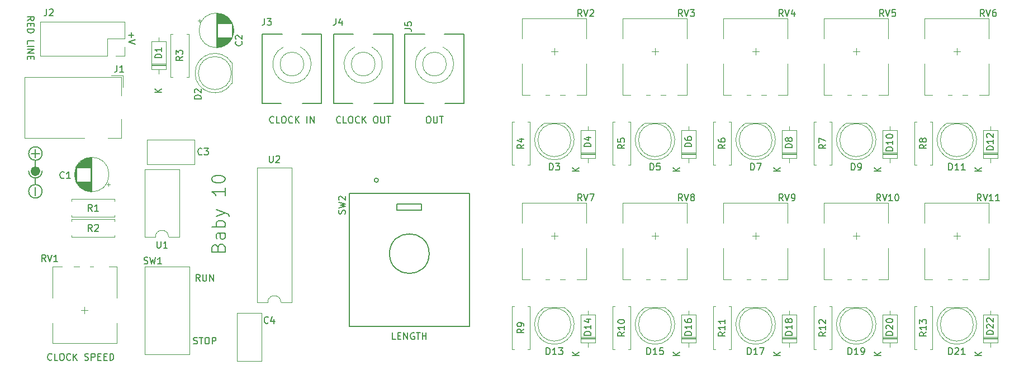
<source format=gto>
%TF.GenerationSoftware,KiCad,Pcbnew,(6.0.0-0)*%
%TF.CreationDate,2022-04-11T21:26:13+01:00*%
%TF.ProjectId,baby10,62616279-3130-42e6-9b69-6361645f7063,rev?*%
%TF.SameCoordinates,Original*%
%TF.FileFunction,Legend,Top*%
%TF.FilePolarity,Positive*%
%FSLAX46Y46*%
G04 Gerber Fmt 4.6, Leading zero omitted, Abs format (unit mm)*
G04 Created by KiCad (PCBNEW (6.0.0-0)) date 2022-04-11 21:26:13*
%MOMM*%
%LPD*%
G01*
G04 APERTURE LIST*
%ADD10C,0.200000*%
%ADD11C,0.735000*%
%ADD12C,0.150000*%
%ADD13C,0.120000*%
G04 APERTURE END LIST*
D10*
X40386000Y-56261000D02*
G75*
G03*
X42418000Y-56261000I1016000J0D01*
G01*
X41402000Y-52959000D02*
X41402000Y-54229000D01*
X41402000Y-55626000D02*
X41402000Y-54610000D01*
X41402000Y-58674000D02*
X41402000Y-59944000D01*
X42418000Y-59309000D02*
G75*
G03*
X42418000Y-59309000I-1016000J0D01*
G01*
X41402000Y-58293000D02*
X41402000Y-57277000D01*
X40767000Y-53594000D02*
X42037000Y-53594000D01*
X42418000Y-53594000D02*
G75*
G03*
X42418000Y-53594000I-1016000J0D01*
G01*
D11*
X41769500Y-56261000D02*
G75*
G03*
X41769500Y-56261000I-367500J0D01*
G01*
D12*
X69072142Y-67833238D02*
X69167380Y-67547523D01*
X69262619Y-67452285D01*
X69453095Y-67357047D01*
X69738809Y-67357047D01*
X69929285Y-67452285D01*
X70024523Y-67547523D01*
X70119761Y-67738000D01*
X70119761Y-68499904D01*
X68119761Y-68499904D01*
X68119761Y-67833238D01*
X68215000Y-67642761D01*
X68310238Y-67547523D01*
X68500714Y-67452285D01*
X68691190Y-67452285D01*
X68881666Y-67547523D01*
X68976904Y-67642761D01*
X69072142Y-67833238D01*
X69072142Y-68499904D01*
X70119761Y-65642761D02*
X69072142Y-65642761D01*
X68881666Y-65738000D01*
X68786428Y-65928476D01*
X68786428Y-66309428D01*
X68881666Y-66499904D01*
X70024523Y-65642761D02*
X70119761Y-65833238D01*
X70119761Y-66309428D01*
X70024523Y-66499904D01*
X69834047Y-66595142D01*
X69643571Y-66595142D01*
X69453095Y-66499904D01*
X69357857Y-66309428D01*
X69357857Y-65833238D01*
X69262619Y-65642761D01*
X70119761Y-64690380D02*
X68119761Y-64690380D01*
X68881666Y-64690380D02*
X68786428Y-64499904D01*
X68786428Y-64118952D01*
X68881666Y-63928476D01*
X68976904Y-63833238D01*
X69167380Y-63738000D01*
X69738809Y-63738000D01*
X69929285Y-63833238D01*
X70024523Y-63928476D01*
X70119761Y-64118952D01*
X70119761Y-64499904D01*
X70024523Y-64690380D01*
X68786428Y-63071333D02*
X70119761Y-62595142D01*
X68786428Y-62118952D02*
X70119761Y-62595142D01*
X70595952Y-62785619D01*
X70691190Y-62880857D01*
X70786428Y-63071333D01*
X70119761Y-58785619D02*
X70119761Y-59928476D01*
X70119761Y-59357047D02*
X68119761Y-59357047D01*
X68405476Y-59547523D01*
X68595952Y-59738000D01*
X68691190Y-59928476D01*
X68119761Y-57547523D02*
X68119761Y-57357047D01*
X68215000Y-57166571D01*
X68310238Y-57071333D01*
X68500714Y-56976095D01*
X68881666Y-56880857D01*
X69357857Y-56880857D01*
X69738809Y-56976095D01*
X69929285Y-57071333D01*
X70024523Y-57166571D01*
X70119761Y-57357047D01*
X70119761Y-57547523D01*
X70024523Y-57738000D01*
X69929285Y-57833238D01*
X69738809Y-57928476D01*
X69357857Y-58023714D01*
X68881666Y-58023714D01*
X68500714Y-57928476D01*
X68310238Y-57833238D01*
X68215000Y-57738000D01*
X68119761Y-57547523D01*
X77502095Y-48871142D02*
X77454476Y-48918761D01*
X77311619Y-48966380D01*
X77216380Y-48966380D01*
X77073523Y-48918761D01*
X76978285Y-48823523D01*
X76930666Y-48728285D01*
X76883047Y-48537809D01*
X76883047Y-48394952D01*
X76930666Y-48204476D01*
X76978285Y-48109238D01*
X77073523Y-48014000D01*
X77216380Y-47966380D01*
X77311619Y-47966380D01*
X77454476Y-48014000D01*
X77502095Y-48061619D01*
X78406857Y-48966380D02*
X77930666Y-48966380D01*
X77930666Y-47966380D01*
X78930666Y-47966380D02*
X79121142Y-47966380D01*
X79216380Y-48014000D01*
X79311619Y-48109238D01*
X79359238Y-48299714D01*
X79359238Y-48633047D01*
X79311619Y-48823523D01*
X79216380Y-48918761D01*
X79121142Y-48966380D01*
X78930666Y-48966380D01*
X78835428Y-48918761D01*
X78740190Y-48823523D01*
X78692571Y-48633047D01*
X78692571Y-48299714D01*
X78740190Y-48109238D01*
X78835428Y-48014000D01*
X78930666Y-47966380D01*
X80359238Y-48871142D02*
X80311619Y-48918761D01*
X80168761Y-48966380D01*
X80073523Y-48966380D01*
X79930666Y-48918761D01*
X79835428Y-48823523D01*
X79787809Y-48728285D01*
X79740190Y-48537809D01*
X79740190Y-48394952D01*
X79787809Y-48204476D01*
X79835428Y-48109238D01*
X79930666Y-48014000D01*
X80073523Y-47966380D01*
X80168761Y-47966380D01*
X80311619Y-48014000D01*
X80359238Y-48061619D01*
X80787809Y-48966380D02*
X80787809Y-47966380D01*
X81359238Y-48966380D02*
X80930666Y-48394952D01*
X81359238Y-47966380D02*
X80787809Y-48537809D01*
X82549714Y-48966380D02*
X82549714Y-47966380D01*
X83025904Y-48966380D02*
X83025904Y-47966380D01*
X83597333Y-48966380D01*
X83597333Y-47966380D01*
X43879047Y-84812142D02*
X43831428Y-84859761D01*
X43688571Y-84907380D01*
X43593333Y-84907380D01*
X43450476Y-84859761D01*
X43355238Y-84764523D01*
X43307619Y-84669285D01*
X43260000Y-84478809D01*
X43260000Y-84335952D01*
X43307619Y-84145476D01*
X43355238Y-84050238D01*
X43450476Y-83955000D01*
X43593333Y-83907380D01*
X43688571Y-83907380D01*
X43831428Y-83955000D01*
X43879047Y-84002619D01*
X44783809Y-84907380D02*
X44307619Y-84907380D01*
X44307619Y-83907380D01*
X45307619Y-83907380D02*
X45498095Y-83907380D01*
X45593333Y-83955000D01*
X45688571Y-84050238D01*
X45736190Y-84240714D01*
X45736190Y-84574047D01*
X45688571Y-84764523D01*
X45593333Y-84859761D01*
X45498095Y-84907380D01*
X45307619Y-84907380D01*
X45212380Y-84859761D01*
X45117142Y-84764523D01*
X45069523Y-84574047D01*
X45069523Y-84240714D01*
X45117142Y-84050238D01*
X45212380Y-83955000D01*
X45307619Y-83907380D01*
X46736190Y-84812142D02*
X46688571Y-84859761D01*
X46545714Y-84907380D01*
X46450476Y-84907380D01*
X46307619Y-84859761D01*
X46212380Y-84764523D01*
X46164761Y-84669285D01*
X46117142Y-84478809D01*
X46117142Y-84335952D01*
X46164761Y-84145476D01*
X46212380Y-84050238D01*
X46307619Y-83955000D01*
X46450476Y-83907380D01*
X46545714Y-83907380D01*
X46688571Y-83955000D01*
X46736190Y-84002619D01*
X47164761Y-84907380D02*
X47164761Y-83907380D01*
X47736190Y-84907380D02*
X47307619Y-84335952D01*
X47736190Y-83907380D02*
X47164761Y-84478809D01*
X48879047Y-84859761D02*
X49021904Y-84907380D01*
X49260000Y-84907380D01*
X49355238Y-84859761D01*
X49402857Y-84812142D01*
X49450476Y-84716904D01*
X49450476Y-84621666D01*
X49402857Y-84526428D01*
X49355238Y-84478809D01*
X49260000Y-84431190D01*
X49069523Y-84383571D01*
X48974285Y-84335952D01*
X48926666Y-84288333D01*
X48879047Y-84193095D01*
X48879047Y-84097857D01*
X48926666Y-84002619D01*
X48974285Y-83955000D01*
X49069523Y-83907380D01*
X49307619Y-83907380D01*
X49450476Y-83955000D01*
X49879047Y-84907380D02*
X49879047Y-83907380D01*
X50260000Y-83907380D01*
X50355238Y-83955000D01*
X50402857Y-84002619D01*
X50450476Y-84097857D01*
X50450476Y-84240714D01*
X50402857Y-84335952D01*
X50355238Y-84383571D01*
X50260000Y-84431190D01*
X49879047Y-84431190D01*
X50879047Y-84383571D02*
X51212380Y-84383571D01*
X51355238Y-84907380D02*
X50879047Y-84907380D01*
X50879047Y-83907380D01*
X51355238Y-83907380D01*
X51783809Y-84383571D02*
X52117142Y-84383571D01*
X52260000Y-84907380D02*
X51783809Y-84907380D01*
X51783809Y-83907380D01*
X52260000Y-83907380D01*
X52688571Y-84907380D02*
X52688571Y-83907380D01*
X52926666Y-83907380D01*
X53069523Y-83955000D01*
X53164761Y-84050238D01*
X53212380Y-84145476D01*
X53260000Y-84335952D01*
X53260000Y-84478809D01*
X53212380Y-84669285D01*
X53164761Y-84764523D01*
X53069523Y-84859761D01*
X52926666Y-84907380D01*
X52688571Y-84907380D01*
X100854000Y-47966380D02*
X101044476Y-47966380D01*
X101139714Y-48014000D01*
X101234952Y-48109238D01*
X101282571Y-48299714D01*
X101282571Y-48633047D01*
X101234952Y-48823523D01*
X101139714Y-48918761D01*
X101044476Y-48966380D01*
X100854000Y-48966380D01*
X100758761Y-48918761D01*
X100663523Y-48823523D01*
X100615904Y-48633047D01*
X100615904Y-48299714D01*
X100663523Y-48109238D01*
X100758761Y-48014000D01*
X100854000Y-47966380D01*
X101711142Y-47966380D02*
X101711142Y-48775904D01*
X101758761Y-48871142D01*
X101806380Y-48918761D01*
X101901619Y-48966380D01*
X102092095Y-48966380D01*
X102187333Y-48918761D01*
X102234952Y-48871142D01*
X102282571Y-48775904D01*
X102282571Y-47966380D01*
X102615904Y-47966380D02*
X103187333Y-47966380D01*
X102901619Y-48966380D02*
X102901619Y-47966380D01*
X55935571Y-35258476D02*
X55935571Y-36020380D01*
X55554619Y-35639428D02*
X56316523Y-35639428D01*
X56554619Y-36353714D02*
X55554619Y-36687047D01*
X56554619Y-37020380D01*
X87630428Y-48871142D02*
X87582809Y-48918761D01*
X87439952Y-48966380D01*
X87344714Y-48966380D01*
X87201857Y-48918761D01*
X87106619Y-48823523D01*
X87059000Y-48728285D01*
X87011380Y-48537809D01*
X87011380Y-48394952D01*
X87059000Y-48204476D01*
X87106619Y-48109238D01*
X87201857Y-48014000D01*
X87344714Y-47966380D01*
X87439952Y-47966380D01*
X87582809Y-48014000D01*
X87630428Y-48061619D01*
X88535190Y-48966380D02*
X88059000Y-48966380D01*
X88059000Y-47966380D01*
X89059000Y-47966380D02*
X89249476Y-47966380D01*
X89344714Y-48014000D01*
X89439952Y-48109238D01*
X89487571Y-48299714D01*
X89487571Y-48633047D01*
X89439952Y-48823523D01*
X89344714Y-48918761D01*
X89249476Y-48966380D01*
X89059000Y-48966380D01*
X88963761Y-48918761D01*
X88868523Y-48823523D01*
X88820904Y-48633047D01*
X88820904Y-48299714D01*
X88868523Y-48109238D01*
X88963761Y-48014000D01*
X89059000Y-47966380D01*
X90487571Y-48871142D02*
X90439952Y-48918761D01*
X90297095Y-48966380D01*
X90201857Y-48966380D01*
X90059000Y-48918761D01*
X89963761Y-48823523D01*
X89916142Y-48728285D01*
X89868523Y-48537809D01*
X89868523Y-48394952D01*
X89916142Y-48204476D01*
X89963761Y-48109238D01*
X90059000Y-48014000D01*
X90201857Y-47966380D01*
X90297095Y-47966380D01*
X90439952Y-48014000D01*
X90487571Y-48061619D01*
X90916142Y-48966380D02*
X90916142Y-47966380D01*
X91487571Y-48966380D02*
X91059000Y-48394952D01*
X91487571Y-47966380D02*
X90916142Y-48537809D01*
X92868523Y-47966380D02*
X93059000Y-47966380D01*
X93154238Y-48014000D01*
X93249476Y-48109238D01*
X93297095Y-48299714D01*
X93297095Y-48633047D01*
X93249476Y-48823523D01*
X93154238Y-48918761D01*
X93059000Y-48966380D01*
X92868523Y-48966380D01*
X92773285Y-48918761D01*
X92678047Y-48823523D01*
X92630428Y-48633047D01*
X92630428Y-48299714D01*
X92678047Y-48109238D01*
X92773285Y-48014000D01*
X92868523Y-47966380D01*
X93725666Y-47966380D02*
X93725666Y-48775904D01*
X93773285Y-48871142D01*
X93820904Y-48918761D01*
X93916142Y-48966380D01*
X94106619Y-48966380D01*
X94201857Y-48918761D01*
X94249476Y-48871142D01*
X94297095Y-48775904D01*
X94297095Y-47966380D01*
X94630428Y-47966380D02*
X95201857Y-47966380D01*
X94916142Y-48966380D02*
X94916142Y-47966380D01*
X95972571Y-81732380D02*
X95496380Y-81732380D01*
X95496380Y-80732380D01*
X96305904Y-81208571D02*
X96639238Y-81208571D01*
X96782095Y-81732380D02*
X96305904Y-81732380D01*
X96305904Y-80732380D01*
X96782095Y-80732380D01*
X97210666Y-81732380D02*
X97210666Y-80732380D01*
X97782095Y-81732380D01*
X97782095Y-80732380D01*
X98782095Y-80780000D02*
X98686857Y-80732380D01*
X98544000Y-80732380D01*
X98401142Y-80780000D01*
X98305904Y-80875238D01*
X98258285Y-80970476D01*
X98210666Y-81160952D01*
X98210666Y-81303809D01*
X98258285Y-81494285D01*
X98305904Y-81589523D01*
X98401142Y-81684761D01*
X98544000Y-81732380D01*
X98639238Y-81732380D01*
X98782095Y-81684761D01*
X98829714Y-81637142D01*
X98829714Y-81303809D01*
X98639238Y-81303809D01*
X99115428Y-80732380D02*
X99686857Y-80732380D01*
X99401142Y-81732380D02*
X99401142Y-80732380D01*
X100020190Y-81732380D02*
X100020190Y-80732380D01*
X100020190Y-81208571D02*
X100591619Y-81208571D01*
X100591619Y-81732380D02*
X100591619Y-80732380D01*
X40187619Y-33425142D02*
X40663809Y-33091809D01*
X40187619Y-32853714D02*
X41187619Y-32853714D01*
X41187619Y-33234666D01*
X41140000Y-33329904D01*
X41092380Y-33377523D01*
X40997142Y-33425142D01*
X40854285Y-33425142D01*
X40759047Y-33377523D01*
X40711428Y-33329904D01*
X40663809Y-33234666D01*
X40663809Y-32853714D01*
X40711428Y-33853714D02*
X40711428Y-34187047D01*
X40187619Y-34329904D02*
X40187619Y-33853714D01*
X41187619Y-33853714D01*
X41187619Y-34329904D01*
X40187619Y-34758476D02*
X41187619Y-34758476D01*
X41187619Y-34996571D01*
X41140000Y-35139428D01*
X41044761Y-35234666D01*
X40949523Y-35282285D01*
X40759047Y-35329904D01*
X40616190Y-35329904D01*
X40425714Y-35282285D01*
X40330476Y-35234666D01*
X40235238Y-35139428D01*
X40187619Y-34996571D01*
X40187619Y-34758476D01*
X40187619Y-36996571D02*
X40187619Y-36520380D01*
X41187619Y-36520380D01*
X40187619Y-37329904D02*
X41187619Y-37329904D01*
X40187619Y-37806095D02*
X41187619Y-37806095D01*
X40187619Y-38377523D01*
X41187619Y-38377523D01*
X40711428Y-38853714D02*
X40711428Y-39187047D01*
X40187619Y-39329904D02*
X40187619Y-38853714D01*
X41187619Y-38853714D01*
X41187619Y-39329904D01*
X66317904Y-72919380D02*
X65984571Y-72443190D01*
X65746476Y-72919380D02*
X65746476Y-71919380D01*
X66127428Y-71919380D01*
X66222666Y-71967000D01*
X66270285Y-72014619D01*
X66317904Y-72109857D01*
X66317904Y-72252714D01*
X66270285Y-72347952D01*
X66222666Y-72395571D01*
X66127428Y-72443190D01*
X65746476Y-72443190D01*
X66746476Y-71919380D02*
X66746476Y-72728904D01*
X66794095Y-72824142D01*
X66841714Y-72871761D01*
X66936952Y-72919380D01*
X67127428Y-72919380D01*
X67222666Y-72871761D01*
X67270285Y-72824142D01*
X67317904Y-72728904D01*
X67317904Y-71919380D01*
X67794095Y-72919380D02*
X67794095Y-71919380D01*
X68365523Y-72919380D01*
X68365523Y-71919380D01*
X65365523Y-82396761D02*
X65508380Y-82444380D01*
X65746476Y-82444380D01*
X65841714Y-82396761D01*
X65889333Y-82349142D01*
X65936952Y-82253904D01*
X65936952Y-82158666D01*
X65889333Y-82063428D01*
X65841714Y-82015809D01*
X65746476Y-81968190D01*
X65556000Y-81920571D01*
X65460761Y-81872952D01*
X65413142Y-81825333D01*
X65365523Y-81730095D01*
X65365523Y-81634857D01*
X65413142Y-81539619D01*
X65460761Y-81492000D01*
X65556000Y-81444380D01*
X65794095Y-81444380D01*
X65936952Y-81492000D01*
X66222666Y-81444380D02*
X66794095Y-81444380D01*
X66508380Y-82444380D02*
X66508380Y-81444380D01*
X67317904Y-81444380D02*
X67508380Y-81444380D01*
X67603619Y-81492000D01*
X67698857Y-81587238D01*
X67746476Y-81777714D01*
X67746476Y-82111047D01*
X67698857Y-82301523D01*
X67603619Y-82396761D01*
X67508380Y-82444380D01*
X67317904Y-82444380D01*
X67222666Y-82396761D01*
X67127428Y-82301523D01*
X67079809Y-82111047D01*
X67079809Y-81777714D01*
X67127428Y-81587238D01*
X67222666Y-81492000D01*
X67317904Y-81444380D01*
X68175047Y-82444380D02*
X68175047Y-81444380D01*
X68556000Y-81444380D01*
X68651238Y-81492000D01*
X68698857Y-81539619D01*
X68746476Y-81634857D01*
X68746476Y-81777714D01*
X68698857Y-81872952D01*
X68651238Y-81920571D01*
X68556000Y-81968190D01*
X68175047Y-81968190D01*
%TO.C,D13*%
X118800714Y-84018380D02*
X118800714Y-83018380D01*
X119038809Y-83018380D01*
X119181666Y-83066000D01*
X119276904Y-83161238D01*
X119324523Y-83256476D01*
X119372142Y-83446952D01*
X119372142Y-83589809D01*
X119324523Y-83780285D01*
X119276904Y-83875523D01*
X119181666Y-83970761D01*
X119038809Y-84018380D01*
X118800714Y-84018380D01*
X120324523Y-84018380D02*
X119753095Y-84018380D01*
X120038809Y-84018380D02*
X120038809Y-83018380D01*
X119943571Y-83161238D01*
X119848333Y-83256476D01*
X119753095Y-83304095D01*
X120657857Y-83018380D02*
X121276904Y-83018380D01*
X120943571Y-83399333D01*
X121086428Y-83399333D01*
X121181666Y-83446952D01*
X121229285Y-83494571D01*
X121276904Y-83589809D01*
X121276904Y-83827904D01*
X121229285Y-83923142D01*
X121181666Y-83970761D01*
X121086428Y-84018380D01*
X120800714Y-84018380D01*
X120705476Y-83970761D01*
X120657857Y-83923142D01*
%TO.C,J5*%
X97369380Y-34656333D02*
X98083666Y-34656333D01*
X98226523Y-34703952D01*
X98321761Y-34799190D01*
X98369380Y-34942047D01*
X98369380Y-35037285D01*
X97369380Y-33703952D02*
X97369380Y-34180142D01*
X97845571Y-34227761D01*
X97797952Y-34180142D01*
X97750333Y-34084904D01*
X97750333Y-33846809D01*
X97797952Y-33751571D01*
X97845571Y-33703952D01*
X97940809Y-33656333D01*
X98178904Y-33656333D01*
X98274142Y-33703952D01*
X98321761Y-33751571D01*
X98369380Y-33846809D01*
X98369380Y-34084904D01*
X98321761Y-34180142D01*
X98274142Y-34227761D01*
%TO.C,D11*%
X179760714Y-56078380D02*
X179760714Y-55078380D01*
X179998809Y-55078380D01*
X180141666Y-55126000D01*
X180236904Y-55221238D01*
X180284523Y-55316476D01*
X180332142Y-55506952D01*
X180332142Y-55649809D01*
X180284523Y-55840285D01*
X180236904Y-55935523D01*
X180141666Y-56030761D01*
X179998809Y-56078380D01*
X179760714Y-56078380D01*
X181284523Y-56078380D02*
X180713095Y-56078380D01*
X180998809Y-56078380D02*
X180998809Y-55078380D01*
X180903571Y-55221238D01*
X180808333Y-55316476D01*
X180713095Y-55364095D01*
X182236904Y-56078380D02*
X181665476Y-56078380D01*
X181951190Y-56078380D02*
X181951190Y-55078380D01*
X181855952Y-55221238D01*
X181760714Y-55316476D01*
X181665476Y-55364095D01*
%TO.C,D21*%
X179760714Y-84018380D02*
X179760714Y-83018380D01*
X179998809Y-83018380D01*
X180141666Y-83066000D01*
X180236904Y-83161238D01*
X180284523Y-83256476D01*
X180332142Y-83446952D01*
X180332142Y-83589809D01*
X180284523Y-83780285D01*
X180236904Y-83875523D01*
X180141666Y-83970761D01*
X179998809Y-84018380D01*
X179760714Y-84018380D01*
X180713095Y-83113619D02*
X180760714Y-83066000D01*
X180855952Y-83018380D01*
X181094047Y-83018380D01*
X181189285Y-83066000D01*
X181236904Y-83113619D01*
X181284523Y-83208857D01*
X181284523Y-83304095D01*
X181236904Y-83446952D01*
X180665476Y-84018380D01*
X181284523Y-84018380D01*
X182236904Y-84018380D02*
X181665476Y-84018380D01*
X181951190Y-84018380D02*
X181951190Y-83018380D01*
X181855952Y-83161238D01*
X181760714Y-83256476D01*
X181665476Y-83304095D01*
%TO.C,U2*%
X76835095Y-53935380D02*
X76835095Y-54744904D01*
X76882714Y-54840142D01*
X76930333Y-54887761D01*
X77025571Y-54935380D01*
X77216047Y-54935380D01*
X77311285Y-54887761D01*
X77358904Y-54840142D01*
X77406523Y-54744904D01*
X77406523Y-53935380D01*
X77835095Y-54030619D02*
X77882714Y-53983000D01*
X77977952Y-53935380D01*
X78216047Y-53935380D01*
X78311285Y-53983000D01*
X78358904Y-54030619D01*
X78406523Y-54125857D01*
X78406523Y-54221095D01*
X78358904Y-54363952D01*
X77787476Y-54935380D01*
X78406523Y-54935380D01*
%TO.C,RV2*%
X124169761Y-32802380D02*
X123836428Y-32326190D01*
X123598333Y-32802380D02*
X123598333Y-31802380D01*
X123979285Y-31802380D01*
X124074523Y-31850000D01*
X124122142Y-31897619D01*
X124169761Y-31992857D01*
X124169761Y-32135714D01*
X124122142Y-32230952D01*
X124074523Y-32278571D01*
X123979285Y-32326190D01*
X123598333Y-32326190D01*
X124455476Y-31802380D02*
X124788809Y-32802380D01*
X125122142Y-31802380D01*
X125407857Y-31897619D02*
X125455476Y-31850000D01*
X125550714Y-31802380D01*
X125788809Y-31802380D01*
X125884047Y-31850000D01*
X125931666Y-31897619D01*
X125979285Y-31992857D01*
X125979285Y-32088095D01*
X125931666Y-32230952D01*
X125360238Y-32802380D01*
X125979285Y-32802380D01*
%TO.C,D7*%
X149756904Y-56078380D02*
X149756904Y-55078380D01*
X149995000Y-55078380D01*
X150137857Y-55126000D01*
X150233095Y-55221238D01*
X150280714Y-55316476D01*
X150328333Y-55506952D01*
X150328333Y-55649809D01*
X150280714Y-55840285D01*
X150233095Y-55935523D01*
X150137857Y-56030761D01*
X149995000Y-56078380D01*
X149756904Y-56078380D01*
X150661666Y-55078380D02*
X151328333Y-55078380D01*
X150899761Y-56078380D01*
%TO.C,D22*%
X186507380Y-80970285D02*
X185507380Y-80970285D01*
X185507380Y-80732190D01*
X185555000Y-80589333D01*
X185650238Y-80494095D01*
X185745476Y-80446476D01*
X185935952Y-80398857D01*
X186078809Y-80398857D01*
X186269285Y-80446476D01*
X186364523Y-80494095D01*
X186459761Y-80589333D01*
X186507380Y-80732190D01*
X186507380Y-80970285D01*
X185602619Y-80017904D02*
X185555000Y-79970285D01*
X185507380Y-79875047D01*
X185507380Y-79636952D01*
X185555000Y-79541714D01*
X185602619Y-79494095D01*
X185697857Y-79446476D01*
X185793095Y-79446476D01*
X185935952Y-79494095D01*
X186507380Y-80065523D01*
X186507380Y-79446476D01*
X185602619Y-79065523D02*
X185555000Y-79017904D01*
X185507380Y-78922666D01*
X185507380Y-78684571D01*
X185555000Y-78589333D01*
X185602619Y-78541714D01*
X185697857Y-78494095D01*
X185793095Y-78494095D01*
X185935952Y-78541714D01*
X186507380Y-79113142D01*
X186507380Y-78494095D01*
X184707380Y-84208904D02*
X183707380Y-84208904D01*
X184707380Y-83637476D02*
X184135952Y-84066047D01*
X183707380Y-83637476D02*
X184278809Y-84208904D01*
%TO.C,R1*%
X49998333Y-62301380D02*
X49665000Y-61825190D01*
X49426904Y-62301380D02*
X49426904Y-61301380D01*
X49807857Y-61301380D01*
X49903095Y-61349000D01*
X49950714Y-61396619D01*
X49998333Y-61491857D01*
X49998333Y-61634714D01*
X49950714Y-61729952D01*
X49903095Y-61777571D01*
X49807857Y-61825190D01*
X49426904Y-61825190D01*
X50950714Y-62301380D02*
X50379285Y-62301380D01*
X50665000Y-62301380D02*
X50665000Y-61301380D01*
X50569761Y-61444238D01*
X50474523Y-61539476D01*
X50379285Y-61587095D01*
%TO.C,R4*%
X115387380Y-52236666D02*
X114911190Y-52570000D01*
X115387380Y-52808095D02*
X114387380Y-52808095D01*
X114387380Y-52427142D01*
X114435000Y-52331904D01*
X114482619Y-52284285D01*
X114577857Y-52236666D01*
X114720714Y-52236666D01*
X114815952Y-52284285D01*
X114863571Y-52331904D01*
X114911190Y-52427142D01*
X114911190Y-52808095D01*
X114720714Y-51379523D02*
X115387380Y-51379523D01*
X114339761Y-51617619D02*
X115054047Y-51855714D01*
X115054047Y-51236666D01*
%TO.C,C2*%
X72620142Y-36615666D02*
X72667761Y-36663285D01*
X72715380Y-36806142D01*
X72715380Y-36901380D01*
X72667761Y-37044238D01*
X72572523Y-37139476D01*
X72477285Y-37187095D01*
X72286809Y-37234714D01*
X72143952Y-37234714D01*
X71953476Y-37187095D01*
X71858238Y-37139476D01*
X71763000Y-37044238D01*
X71715380Y-36901380D01*
X71715380Y-36806142D01*
X71763000Y-36663285D01*
X71810619Y-36615666D01*
X71810619Y-36234714D02*
X71763000Y-36187095D01*
X71715380Y-36091857D01*
X71715380Y-35853761D01*
X71763000Y-35758523D01*
X71810619Y-35710904D01*
X71905857Y-35663285D01*
X72001095Y-35663285D01*
X72143952Y-35710904D01*
X72715380Y-36282333D01*
X72715380Y-35663285D01*
%TO.C,R11*%
X145867380Y-80652857D02*
X145391190Y-80986190D01*
X145867380Y-81224285D02*
X144867380Y-81224285D01*
X144867380Y-80843333D01*
X144915000Y-80748095D01*
X144962619Y-80700476D01*
X145057857Y-80652857D01*
X145200714Y-80652857D01*
X145295952Y-80700476D01*
X145343571Y-80748095D01*
X145391190Y-80843333D01*
X145391190Y-81224285D01*
X145867380Y-79700476D02*
X145867380Y-80271904D01*
X145867380Y-79986190D02*
X144867380Y-79986190D01*
X145010238Y-80081428D01*
X145105476Y-80176666D01*
X145153095Y-80271904D01*
X145867380Y-78748095D02*
X145867380Y-79319523D01*
X145867380Y-79033809D02*
X144867380Y-79033809D01*
X145010238Y-79129047D01*
X145105476Y-79224285D01*
X145153095Y-79319523D01*
%TO.C,C1*%
X45745220Y-57253142D02*
X45697601Y-57300761D01*
X45554744Y-57348380D01*
X45459506Y-57348380D01*
X45316648Y-57300761D01*
X45221410Y-57205523D01*
X45173791Y-57110285D01*
X45126172Y-56919809D01*
X45126172Y-56776952D01*
X45173791Y-56586476D01*
X45221410Y-56491238D01*
X45316648Y-56396000D01*
X45459506Y-56348380D01*
X45554744Y-56348380D01*
X45697601Y-56396000D01*
X45745220Y-56443619D01*
X46697601Y-57348380D02*
X46126172Y-57348380D01*
X46411887Y-57348380D02*
X46411887Y-56348380D01*
X46316648Y-56491238D01*
X46221410Y-56586476D01*
X46126172Y-56634095D01*
%TO.C,D5*%
X134516904Y-56078380D02*
X134516904Y-55078380D01*
X134755000Y-55078380D01*
X134897857Y-55126000D01*
X134993095Y-55221238D01*
X135040714Y-55316476D01*
X135088333Y-55506952D01*
X135088333Y-55649809D01*
X135040714Y-55840285D01*
X134993095Y-55935523D01*
X134897857Y-56030761D01*
X134755000Y-56078380D01*
X134516904Y-56078380D01*
X135993095Y-55078380D02*
X135516904Y-55078380D01*
X135469285Y-55554571D01*
X135516904Y-55506952D01*
X135612142Y-55459333D01*
X135850238Y-55459333D01*
X135945476Y-55506952D01*
X135993095Y-55554571D01*
X136040714Y-55649809D01*
X136040714Y-55887904D01*
X135993095Y-55983142D01*
X135945476Y-56030761D01*
X135850238Y-56078380D01*
X135612142Y-56078380D01*
X135516904Y-56030761D01*
X135469285Y-55983142D01*
%TO.C,R8*%
X176347380Y-52236666D02*
X175871190Y-52570000D01*
X176347380Y-52808095D02*
X175347380Y-52808095D01*
X175347380Y-52427142D01*
X175395000Y-52331904D01*
X175442619Y-52284285D01*
X175537857Y-52236666D01*
X175680714Y-52236666D01*
X175775952Y-52284285D01*
X175823571Y-52331904D01*
X175871190Y-52427142D01*
X175871190Y-52808095D01*
X175775952Y-51665238D02*
X175728333Y-51760476D01*
X175680714Y-51808095D01*
X175585476Y-51855714D01*
X175537857Y-51855714D01*
X175442619Y-51808095D01*
X175395000Y-51760476D01*
X175347380Y-51665238D01*
X175347380Y-51474761D01*
X175395000Y-51379523D01*
X175442619Y-51331904D01*
X175537857Y-51284285D01*
X175585476Y-51284285D01*
X175680714Y-51331904D01*
X175728333Y-51379523D01*
X175775952Y-51474761D01*
X175775952Y-51665238D01*
X175823571Y-51760476D01*
X175871190Y-51808095D01*
X175966428Y-51855714D01*
X176156904Y-51855714D01*
X176252142Y-51808095D01*
X176299761Y-51760476D01*
X176347380Y-51665238D01*
X176347380Y-51474761D01*
X176299761Y-51379523D01*
X176252142Y-51331904D01*
X176156904Y-51284285D01*
X175966428Y-51284285D01*
X175871190Y-51331904D01*
X175823571Y-51379523D01*
X175775952Y-51474761D01*
%TO.C,R3*%
X63698380Y-38901666D02*
X63222190Y-39235000D01*
X63698380Y-39473095D02*
X62698380Y-39473095D01*
X62698380Y-39092142D01*
X62746000Y-38996904D01*
X62793619Y-38949285D01*
X62888857Y-38901666D01*
X63031714Y-38901666D01*
X63126952Y-38949285D01*
X63174571Y-38996904D01*
X63222190Y-39092142D01*
X63222190Y-39473095D01*
X62698380Y-38568333D02*
X62698380Y-37949285D01*
X63079333Y-38282619D01*
X63079333Y-38139761D01*
X63126952Y-38044523D01*
X63174571Y-37996904D01*
X63269809Y-37949285D01*
X63507904Y-37949285D01*
X63603142Y-37996904D01*
X63650761Y-38044523D01*
X63698380Y-38139761D01*
X63698380Y-38425476D01*
X63650761Y-38520714D01*
X63603142Y-38568333D01*
%TO.C,D2*%
X66492380Y-45315095D02*
X65492380Y-45315095D01*
X65492380Y-45077000D01*
X65540000Y-44934142D01*
X65635238Y-44838904D01*
X65730476Y-44791285D01*
X65920952Y-44743666D01*
X66063809Y-44743666D01*
X66254285Y-44791285D01*
X66349523Y-44838904D01*
X66444761Y-44934142D01*
X66492380Y-45077000D01*
X66492380Y-45315095D01*
X65587619Y-44362714D02*
X65540000Y-44315095D01*
X65492380Y-44219857D01*
X65492380Y-43981761D01*
X65540000Y-43886523D01*
X65587619Y-43838904D01*
X65682857Y-43791285D01*
X65778095Y-43791285D01*
X65920952Y-43838904D01*
X66492380Y-44410333D01*
X66492380Y-43791285D01*
%TO.C,R12*%
X161107380Y-80652857D02*
X160631190Y-80986190D01*
X161107380Y-81224285D02*
X160107380Y-81224285D01*
X160107380Y-80843333D01*
X160155000Y-80748095D01*
X160202619Y-80700476D01*
X160297857Y-80652857D01*
X160440714Y-80652857D01*
X160535952Y-80700476D01*
X160583571Y-80748095D01*
X160631190Y-80843333D01*
X160631190Y-81224285D01*
X161107380Y-79700476D02*
X161107380Y-80271904D01*
X161107380Y-79986190D02*
X160107380Y-79986190D01*
X160250238Y-80081428D01*
X160345476Y-80176666D01*
X160393095Y-80271904D01*
X160202619Y-79319523D02*
X160155000Y-79271904D01*
X160107380Y-79176666D01*
X160107380Y-78938571D01*
X160155000Y-78843333D01*
X160202619Y-78795714D01*
X160297857Y-78748095D01*
X160393095Y-78748095D01*
X160535952Y-78795714D01*
X161107380Y-79367142D01*
X161107380Y-78748095D01*
%TO.C,D20*%
X171267380Y-81097285D02*
X170267380Y-81097285D01*
X170267380Y-80859190D01*
X170315000Y-80716333D01*
X170410238Y-80621095D01*
X170505476Y-80573476D01*
X170695952Y-80525857D01*
X170838809Y-80525857D01*
X171029285Y-80573476D01*
X171124523Y-80621095D01*
X171219761Y-80716333D01*
X171267380Y-80859190D01*
X171267380Y-81097285D01*
X170362619Y-80144904D02*
X170315000Y-80097285D01*
X170267380Y-80002047D01*
X170267380Y-79763952D01*
X170315000Y-79668714D01*
X170362619Y-79621095D01*
X170457857Y-79573476D01*
X170553095Y-79573476D01*
X170695952Y-79621095D01*
X171267380Y-80192523D01*
X171267380Y-79573476D01*
X170267380Y-78954428D02*
X170267380Y-78859190D01*
X170315000Y-78763952D01*
X170362619Y-78716333D01*
X170457857Y-78668714D01*
X170648333Y-78621095D01*
X170886428Y-78621095D01*
X171076904Y-78668714D01*
X171172142Y-78716333D01*
X171219761Y-78763952D01*
X171267380Y-78859190D01*
X171267380Y-78954428D01*
X171219761Y-79049666D01*
X171172142Y-79097285D01*
X171076904Y-79144904D01*
X170886428Y-79192523D01*
X170648333Y-79192523D01*
X170457857Y-79144904D01*
X170362619Y-79097285D01*
X170315000Y-79049666D01*
X170267380Y-78954428D01*
X169467380Y-84208904D02*
X168467380Y-84208904D01*
X169467380Y-83637476D02*
X168895952Y-84066047D01*
X168467380Y-83637476D02*
X169038809Y-84208904D01*
%TO.C,RV1*%
X42965761Y-69921380D02*
X42632428Y-69445190D01*
X42394333Y-69921380D02*
X42394333Y-68921380D01*
X42775285Y-68921380D01*
X42870523Y-68969000D01*
X42918142Y-69016619D01*
X42965761Y-69111857D01*
X42965761Y-69254714D01*
X42918142Y-69349952D01*
X42870523Y-69397571D01*
X42775285Y-69445190D01*
X42394333Y-69445190D01*
X43251476Y-68921380D02*
X43584809Y-69921380D01*
X43918142Y-68921380D01*
X44775285Y-69921380D02*
X44203857Y-69921380D01*
X44489571Y-69921380D02*
X44489571Y-68921380D01*
X44394333Y-69064238D01*
X44299095Y-69159476D01*
X44203857Y-69207095D01*
%TO.C,C4*%
X76668333Y-79224142D02*
X76620714Y-79271761D01*
X76477857Y-79319380D01*
X76382619Y-79319380D01*
X76239761Y-79271761D01*
X76144523Y-79176523D01*
X76096904Y-79081285D01*
X76049285Y-78890809D01*
X76049285Y-78747952D01*
X76096904Y-78557476D01*
X76144523Y-78462238D01*
X76239761Y-78367000D01*
X76382619Y-78319380D01*
X76477857Y-78319380D01*
X76620714Y-78367000D01*
X76668333Y-78414619D01*
X77525476Y-78652714D02*
X77525476Y-79319380D01*
X77287380Y-78271761D02*
X77049285Y-78986047D01*
X77668333Y-78986047D01*
%TO.C,D12*%
X186507380Y-53030285D02*
X185507380Y-53030285D01*
X185507380Y-52792190D01*
X185555000Y-52649333D01*
X185650238Y-52554095D01*
X185745476Y-52506476D01*
X185935952Y-52458857D01*
X186078809Y-52458857D01*
X186269285Y-52506476D01*
X186364523Y-52554095D01*
X186459761Y-52649333D01*
X186507380Y-52792190D01*
X186507380Y-53030285D01*
X186507380Y-51506476D02*
X186507380Y-52077904D01*
X186507380Y-51792190D02*
X185507380Y-51792190D01*
X185650238Y-51887428D01*
X185745476Y-51982666D01*
X185793095Y-52077904D01*
X185602619Y-51125523D02*
X185555000Y-51077904D01*
X185507380Y-50982666D01*
X185507380Y-50744571D01*
X185555000Y-50649333D01*
X185602619Y-50601714D01*
X185697857Y-50554095D01*
X185793095Y-50554095D01*
X185935952Y-50601714D01*
X186507380Y-51173142D01*
X186507380Y-50554095D01*
X184707380Y-56268904D02*
X183707380Y-56268904D01*
X184707380Y-55697476D02*
X184135952Y-56126047D01*
X183707380Y-55697476D02*
X184278809Y-56268904D01*
%TO.C,RV3*%
X139409761Y-32802380D02*
X139076428Y-32326190D01*
X138838333Y-32802380D02*
X138838333Y-31802380D01*
X139219285Y-31802380D01*
X139314523Y-31850000D01*
X139362142Y-31897619D01*
X139409761Y-31992857D01*
X139409761Y-32135714D01*
X139362142Y-32230952D01*
X139314523Y-32278571D01*
X139219285Y-32326190D01*
X138838333Y-32326190D01*
X139695476Y-31802380D02*
X140028809Y-32802380D01*
X140362142Y-31802380D01*
X140600238Y-31802380D02*
X141219285Y-31802380D01*
X140885952Y-32183333D01*
X141028809Y-32183333D01*
X141124047Y-32230952D01*
X141171666Y-32278571D01*
X141219285Y-32373809D01*
X141219285Y-32611904D01*
X141171666Y-32707142D01*
X141124047Y-32754761D01*
X141028809Y-32802380D01*
X140743095Y-32802380D01*
X140647857Y-32754761D01*
X140600238Y-32707142D01*
%TO.C,D14*%
X125547380Y-81097285D02*
X124547380Y-81097285D01*
X124547380Y-80859190D01*
X124595000Y-80716333D01*
X124690238Y-80621095D01*
X124785476Y-80573476D01*
X124975952Y-80525857D01*
X125118809Y-80525857D01*
X125309285Y-80573476D01*
X125404523Y-80621095D01*
X125499761Y-80716333D01*
X125547380Y-80859190D01*
X125547380Y-81097285D01*
X125547380Y-79573476D02*
X125547380Y-80144904D01*
X125547380Y-79859190D02*
X124547380Y-79859190D01*
X124690238Y-79954428D01*
X124785476Y-80049666D01*
X124833095Y-80144904D01*
X124880714Y-78716333D02*
X125547380Y-78716333D01*
X124499761Y-78954428D02*
X125214047Y-79192523D01*
X125214047Y-78573476D01*
X123747380Y-84208904D02*
X122747380Y-84208904D01*
X123747380Y-83637476D02*
X123175952Y-84066047D01*
X122747380Y-83637476D02*
X123318809Y-84208904D01*
%TO.C,D4*%
X125547380Y-52554095D02*
X124547380Y-52554095D01*
X124547380Y-52316000D01*
X124595000Y-52173142D01*
X124690238Y-52077904D01*
X124785476Y-52030285D01*
X124975952Y-51982666D01*
X125118809Y-51982666D01*
X125309285Y-52030285D01*
X125404523Y-52077904D01*
X125499761Y-52173142D01*
X125547380Y-52316000D01*
X125547380Y-52554095D01*
X124880714Y-51125523D02*
X125547380Y-51125523D01*
X124499761Y-51363619D02*
X125214047Y-51601714D01*
X125214047Y-50982666D01*
X123747380Y-56268904D02*
X122747380Y-56268904D01*
X123747380Y-55697476D02*
X123175952Y-56126047D01*
X122747380Y-55697476D02*
X123318809Y-56268904D01*
%TO.C,RV10*%
X169413571Y-60742380D02*
X169080238Y-60266190D01*
X168842142Y-60742380D02*
X168842142Y-59742380D01*
X169223095Y-59742380D01*
X169318333Y-59790000D01*
X169365952Y-59837619D01*
X169413571Y-59932857D01*
X169413571Y-60075714D01*
X169365952Y-60170952D01*
X169318333Y-60218571D01*
X169223095Y-60266190D01*
X168842142Y-60266190D01*
X169699285Y-59742380D02*
X170032619Y-60742380D01*
X170365952Y-59742380D01*
X171223095Y-60742380D02*
X170651666Y-60742380D01*
X170937380Y-60742380D02*
X170937380Y-59742380D01*
X170842142Y-59885238D01*
X170746904Y-59980476D01*
X170651666Y-60028095D01*
X171842142Y-59742380D02*
X171937380Y-59742380D01*
X172032619Y-59790000D01*
X172080238Y-59837619D01*
X172127857Y-59932857D01*
X172175476Y-60123333D01*
X172175476Y-60361428D01*
X172127857Y-60551904D01*
X172080238Y-60647142D01*
X172032619Y-60694761D01*
X171937380Y-60742380D01*
X171842142Y-60742380D01*
X171746904Y-60694761D01*
X171699285Y-60647142D01*
X171651666Y-60551904D01*
X171604047Y-60361428D01*
X171604047Y-60123333D01*
X171651666Y-59932857D01*
X171699285Y-59837619D01*
X171746904Y-59790000D01*
X171842142Y-59742380D01*
%TO.C,J4*%
X86915666Y-33140380D02*
X86915666Y-33854666D01*
X86868047Y-33997523D01*
X86772809Y-34092761D01*
X86629952Y-34140380D01*
X86534714Y-34140380D01*
X87820428Y-33473714D02*
X87820428Y-34140380D01*
X87582333Y-33092761D02*
X87344238Y-33807047D01*
X87963285Y-33807047D01*
%TO.C,RV5*%
X169889761Y-32802380D02*
X169556428Y-32326190D01*
X169318333Y-32802380D02*
X169318333Y-31802380D01*
X169699285Y-31802380D01*
X169794523Y-31850000D01*
X169842142Y-31897619D01*
X169889761Y-31992857D01*
X169889761Y-32135714D01*
X169842142Y-32230952D01*
X169794523Y-32278571D01*
X169699285Y-32326190D01*
X169318333Y-32326190D01*
X170175476Y-31802380D02*
X170508809Y-32802380D01*
X170842142Y-31802380D01*
X171651666Y-31802380D02*
X171175476Y-31802380D01*
X171127857Y-32278571D01*
X171175476Y-32230952D01*
X171270714Y-32183333D01*
X171508809Y-32183333D01*
X171604047Y-32230952D01*
X171651666Y-32278571D01*
X171699285Y-32373809D01*
X171699285Y-32611904D01*
X171651666Y-32707142D01*
X171604047Y-32754761D01*
X171508809Y-32802380D01*
X171270714Y-32802380D01*
X171175476Y-32754761D01*
X171127857Y-32707142D01*
%TO.C,J3*%
X76120666Y-33140380D02*
X76120666Y-33854666D01*
X76073047Y-33997523D01*
X75977809Y-34092761D01*
X75834952Y-34140380D01*
X75739714Y-34140380D01*
X76501619Y-33140380D02*
X77120666Y-33140380D01*
X76787333Y-33521333D01*
X76930190Y-33521333D01*
X77025428Y-33568952D01*
X77073047Y-33616571D01*
X77120666Y-33711809D01*
X77120666Y-33949904D01*
X77073047Y-34045142D01*
X77025428Y-34092761D01*
X76930190Y-34140380D01*
X76644476Y-34140380D01*
X76549238Y-34092761D01*
X76501619Y-34045142D01*
%TO.C,J1*%
X53768666Y-40219380D02*
X53768666Y-40933666D01*
X53721047Y-41076523D01*
X53625809Y-41171761D01*
X53482952Y-41219380D01*
X53387714Y-41219380D01*
X54768666Y-41219380D02*
X54197238Y-41219380D01*
X54482952Y-41219380D02*
X54482952Y-40219380D01*
X54387714Y-40362238D01*
X54292476Y-40457476D01*
X54197238Y-40505095D01*
%TO.C,RV7*%
X124169761Y-60742380D02*
X123836428Y-60266190D01*
X123598333Y-60742380D02*
X123598333Y-59742380D01*
X123979285Y-59742380D01*
X124074523Y-59790000D01*
X124122142Y-59837619D01*
X124169761Y-59932857D01*
X124169761Y-60075714D01*
X124122142Y-60170952D01*
X124074523Y-60218571D01*
X123979285Y-60266190D01*
X123598333Y-60266190D01*
X124455476Y-59742380D02*
X124788809Y-60742380D01*
X125122142Y-59742380D01*
X125360238Y-59742380D02*
X126026904Y-59742380D01*
X125598333Y-60742380D01*
%TO.C,D10*%
X171267380Y-53157285D02*
X170267380Y-53157285D01*
X170267380Y-52919190D01*
X170315000Y-52776333D01*
X170410238Y-52681095D01*
X170505476Y-52633476D01*
X170695952Y-52585857D01*
X170838809Y-52585857D01*
X171029285Y-52633476D01*
X171124523Y-52681095D01*
X171219761Y-52776333D01*
X171267380Y-52919190D01*
X171267380Y-53157285D01*
X171267380Y-51633476D02*
X171267380Y-52204904D01*
X171267380Y-51919190D02*
X170267380Y-51919190D01*
X170410238Y-52014428D01*
X170505476Y-52109666D01*
X170553095Y-52204904D01*
X170267380Y-51014428D02*
X170267380Y-50919190D01*
X170315000Y-50823952D01*
X170362619Y-50776333D01*
X170457857Y-50728714D01*
X170648333Y-50681095D01*
X170886428Y-50681095D01*
X171076904Y-50728714D01*
X171172142Y-50776333D01*
X171219761Y-50823952D01*
X171267380Y-50919190D01*
X171267380Y-51014428D01*
X171219761Y-51109666D01*
X171172142Y-51157285D01*
X171076904Y-51204904D01*
X170886428Y-51252523D01*
X170648333Y-51252523D01*
X170457857Y-51204904D01*
X170362619Y-51157285D01*
X170315000Y-51109666D01*
X170267380Y-51014428D01*
X169467380Y-56268904D02*
X168467380Y-56268904D01*
X169467380Y-55697476D02*
X168895952Y-56126047D01*
X168467380Y-55697476D02*
X169038809Y-56268904D01*
%TO.C,D16*%
X140787380Y-81097285D02*
X139787380Y-81097285D01*
X139787380Y-80859190D01*
X139835000Y-80716333D01*
X139930238Y-80621095D01*
X140025476Y-80573476D01*
X140215952Y-80525857D01*
X140358809Y-80525857D01*
X140549285Y-80573476D01*
X140644523Y-80621095D01*
X140739761Y-80716333D01*
X140787380Y-80859190D01*
X140787380Y-81097285D01*
X140787380Y-79573476D02*
X140787380Y-80144904D01*
X140787380Y-79859190D02*
X139787380Y-79859190D01*
X139930238Y-79954428D01*
X140025476Y-80049666D01*
X140073095Y-80144904D01*
X139787380Y-78716333D02*
X139787380Y-78906809D01*
X139835000Y-79002047D01*
X139882619Y-79049666D01*
X140025476Y-79144904D01*
X140215952Y-79192523D01*
X140596904Y-79192523D01*
X140692142Y-79144904D01*
X140739761Y-79097285D01*
X140787380Y-79002047D01*
X140787380Y-78811571D01*
X140739761Y-78716333D01*
X140692142Y-78668714D01*
X140596904Y-78621095D01*
X140358809Y-78621095D01*
X140263571Y-78668714D01*
X140215952Y-78716333D01*
X140168333Y-78811571D01*
X140168333Y-79002047D01*
X140215952Y-79097285D01*
X140263571Y-79144904D01*
X140358809Y-79192523D01*
X138987380Y-84208904D02*
X137987380Y-84208904D01*
X138987380Y-83637476D02*
X138415952Y-84066047D01*
X137987380Y-83637476D02*
X138558809Y-84208904D01*
%TO.C,R10*%
X130627380Y-80652857D02*
X130151190Y-80986190D01*
X130627380Y-81224285D02*
X129627380Y-81224285D01*
X129627380Y-80843333D01*
X129675000Y-80748095D01*
X129722619Y-80700476D01*
X129817857Y-80652857D01*
X129960714Y-80652857D01*
X130055952Y-80700476D01*
X130103571Y-80748095D01*
X130151190Y-80843333D01*
X130151190Y-81224285D01*
X130627380Y-79700476D02*
X130627380Y-80271904D01*
X130627380Y-79986190D02*
X129627380Y-79986190D01*
X129770238Y-80081428D01*
X129865476Y-80176666D01*
X129913095Y-80271904D01*
X129627380Y-79081428D02*
X129627380Y-78986190D01*
X129675000Y-78890952D01*
X129722619Y-78843333D01*
X129817857Y-78795714D01*
X130008333Y-78748095D01*
X130246428Y-78748095D01*
X130436904Y-78795714D01*
X130532142Y-78843333D01*
X130579761Y-78890952D01*
X130627380Y-78986190D01*
X130627380Y-79081428D01*
X130579761Y-79176666D01*
X130532142Y-79224285D01*
X130436904Y-79271904D01*
X130246428Y-79319523D01*
X130008333Y-79319523D01*
X129817857Y-79271904D01*
X129722619Y-79224285D01*
X129675000Y-79176666D01*
X129627380Y-79081428D01*
%TO.C,R9*%
X115387380Y-80176666D02*
X114911190Y-80510000D01*
X115387380Y-80748095D02*
X114387380Y-80748095D01*
X114387380Y-80367142D01*
X114435000Y-80271904D01*
X114482619Y-80224285D01*
X114577857Y-80176666D01*
X114720714Y-80176666D01*
X114815952Y-80224285D01*
X114863571Y-80271904D01*
X114911190Y-80367142D01*
X114911190Y-80748095D01*
X115387380Y-79700476D02*
X115387380Y-79510000D01*
X115339761Y-79414761D01*
X115292142Y-79367142D01*
X115149285Y-79271904D01*
X114958809Y-79224285D01*
X114577857Y-79224285D01*
X114482619Y-79271904D01*
X114435000Y-79319523D01*
X114387380Y-79414761D01*
X114387380Y-79605238D01*
X114435000Y-79700476D01*
X114482619Y-79748095D01*
X114577857Y-79795714D01*
X114815952Y-79795714D01*
X114911190Y-79748095D01*
X114958809Y-79700476D01*
X115006428Y-79605238D01*
X115006428Y-79414761D01*
X114958809Y-79319523D01*
X114911190Y-79271904D01*
X114815952Y-79224285D01*
%TO.C,R7*%
X161107380Y-52236666D02*
X160631190Y-52570000D01*
X161107380Y-52808095D02*
X160107380Y-52808095D01*
X160107380Y-52427142D01*
X160155000Y-52331904D01*
X160202619Y-52284285D01*
X160297857Y-52236666D01*
X160440714Y-52236666D01*
X160535952Y-52284285D01*
X160583571Y-52331904D01*
X160631190Y-52427142D01*
X160631190Y-52808095D01*
X160107380Y-51903333D02*
X160107380Y-51236666D01*
X161107380Y-51665238D01*
%TO.C,R13*%
X176347380Y-80652857D02*
X175871190Y-80986190D01*
X176347380Y-81224285D02*
X175347380Y-81224285D01*
X175347380Y-80843333D01*
X175395000Y-80748095D01*
X175442619Y-80700476D01*
X175537857Y-80652857D01*
X175680714Y-80652857D01*
X175775952Y-80700476D01*
X175823571Y-80748095D01*
X175871190Y-80843333D01*
X175871190Y-81224285D01*
X176347380Y-79700476D02*
X176347380Y-80271904D01*
X176347380Y-79986190D02*
X175347380Y-79986190D01*
X175490238Y-80081428D01*
X175585476Y-80176666D01*
X175633095Y-80271904D01*
X175347380Y-79367142D02*
X175347380Y-78748095D01*
X175728333Y-79081428D01*
X175728333Y-78938571D01*
X175775952Y-78843333D01*
X175823571Y-78795714D01*
X175918809Y-78748095D01*
X176156904Y-78748095D01*
X176252142Y-78795714D01*
X176299761Y-78843333D01*
X176347380Y-78938571D01*
X176347380Y-79224285D01*
X176299761Y-79319523D01*
X176252142Y-79367142D01*
%TO.C,R5*%
X130627380Y-52236666D02*
X130151190Y-52570000D01*
X130627380Y-52808095D02*
X129627380Y-52808095D01*
X129627380Y-52427142D01*
X129675000Y-52331904D01*
X129722619Y-52284285D01*
X129817857Y-52236666D01*
X129960714Y-52236666D01*
X130055952Y-52284285D01*
X130103571Y-52331904D01*
X130151190Y-52427142D01*
X130151190Y-52808095D01*
X129627380Y-51331904D02*
X129627380Y-51808095D01*
X130103571Y-51855714D01*
X130055952Y-51808095D01*
X130008333Y-51712857D01*
X130008333Y-51474761D01*
X130055952Y-51379523D01*
X130103571Y-51331904D01*
X130198809Y-51284285D01*
X130436904Y-51284285D01*
X130532142Y-51331904D01*
X130579761Y-51379523D01*
X130627380Y-51474761D01*
X130627380Y-51712857D01*
X130579761Y-51808095D01*
X130532142Y-51855714D01*
%TO.C,RV9*%
X154649761Y-60742380D02*
X154316428Y-60266190D01*
X154078333Y-60742380D02*
X154078333Y-59742380D01*
X154459285Y-59742380D01*
X154554523Y-59790000D01*
X154602142Y-59837619D01*
X154649761Y-59932857D01*
X154649761Y-60075714D01*
X154602142Y-60170952D01*
X154554523Y-60218571D01*
X154459285Y-60266190D01*
X154078333Y-60266190D01*
X154935476Y-59742380D02*
X155268809Y-60742380D01*
X155602142Y-59742380D01*
X155983095Y-60742380D02*
X156173571Y-60742380D01*
X156268809Y-60694761D01*
X156316428Y-60647142D01*
X156411666Y-60504285D01*
X156459285Y-60313809D01*
X156459285Y-59932857D01*
X156411666Y-59837619D01*
X156364047Y-59790000D01*
X156268809Y-59742380D01*
X156078333Y-59742380D01*
X155983095Y-59790000D01*
X155935476Y-59837619D01*
X155887857Y-59932857D01*
X155887857Y-60170952D01*
X155935476Y-60266190D01*
X155983095Y-60313809D01*
X156078333Y-60361428D01*
X156268809Y-60361428D01*
X156364047Y-60313809D01*
X156411666Y-60266190D01*
X156459285Y-60170952D01*
%TO.C,RV6*%
X185129761Y-32802380D02*
X184796428Y-32326190D01*
X184558333Y-32802380D02*
X184558333Y-31802380D01*
X184939285Y-31802380D01*
X185034523Y-31850000D01*
X185082142Y-31897619D01*
X185129761Y-31992857D01*
X185129761Y-32135714D01*
X185082142Y-32230952D01*
X185034523Y-32278571D01*
X184939285Y-32326190D01*
X184558333Y-32326190D01*
X185415476Y-31802380D02*
X185748809Y-32802380D01*
X186082142Y-31802380D01*
X186844047Y-31802380D02*
X186653571Y-31802380D01*
X186558333Y-31850000D01*
X186510714Y-31897619D01*
X186415476Y-32040476D01*
X186367857Y-32230952D01*
X186367857Y-32611904D01*
X186415476Y-32707142D01*
X186463095Y-32754761D01*
X186558333Y-32802380D01*
X186748809Y-32802380D01*
X186844047Y-32754761D01*
X186891666Y-32707142D01*
X186939285Y-32611904D01*
X186939285Y-32373809D01*
X186891666Y-32278571D01*
X186844047Y-32230952D01*
X186748809Y-32183333D01*
X186558333Y-32183333D01*
X186463095Y-32230952D01*
X186415476Y-32278571D01*
X186367857Y-32373809D01*
%TO.C,RV8*%
X139409761Y-60742380D02*
X139076428Y-60266190D01*
X138838333Y-60742380D02*
X138838333Y-59742380D01*
X139219285Y-59742380D01*
X139314523Y-59790000D01*
X139362142Y-59837619D01*
X139409761Y-59932857D01*
X139409761Y-60075714D01*
X139362142Y-60170952D01*
X139314523Y-60218571D01*
X139219285Y-60266190D01*
X138838333Y-60266190D01*
X139695476Y-59742380D02*
X140028809Y-60742380D01*
X140362142Y-59742380D01*
X140838333Y-60170952D02*
X140743095Y-60123333D01*
X140695476Y-60075714D01*
X140647857Y-59980476D01*
X140647857Y-59932857D01*
X140695476Y-59837619D01*
X140743095Y-59790000D01*
X140838333Y-59742380D01*
X141028809Y-59742380D01*
X141124047Y-59790000D01*
X141171666Y-59837619D01*
X141219285Y-59932857D01*
X141219285Y-59980476D01*
X141171666Y-60075714D01*
X141124047Y-60123333D01*
X141028809Y-60170952D01*
X140838333Y-60170952D01*
X140743095Y-60218571D01*
X140695476Y-60266190D01*
X140647857Y-60361428D01*
X140647857Y-60551904D01*
X140695476Y-60647142D01*
X140743095Y-60694761D01*
X140838333Y-60742380D01*
X141028809Y-60742380D01*
X141124047Y-60694761D01*
X141171666Y-60647142D01*
X141219285Y-60551904D01*
X141219285Y-60361428D01*
X141171666Y-60266190D01*
X141124047Y-60218571D01*
X141028809Y-60170952D01*
%TO.C,R6*%
X145867380Y-52236666D02*
X145391190Y-52570000D01*
X145867380Y-52808095D02*
X144867380Y-52808095D01*
X144867380Y-52427142D01*
X144915000Y-52331904D01*
X144962619Y-52284285D01*
X145057857Y-52236666D01*
X145200714Y-52236666D01*
X145295952Y-52284285D01*
X145343571Y-52331904D01*
X145391190Y-52427142D01*
X145391190Y-52808095D01*
X144867380Y-51379523D02*
X144867380Y-51570000D01*
X144915000Y-51665238D01*
X144962619Y-51712857D01*
X145105476Y-51808095D01*
X145295952Y-51855714D01*
X145676904Y-51855714D01*
X145772142Y-51808095D01*
X145819761Y-51760476D01*
X145867380Y-51665238D01*
X145867380Y-51474761D01*
X145819761Y-51379523D01*
X145772142Y-51331904D01*
X145676904Y-51284285D01*
X145438809Y-51284285D01*
X145343571Y-51331904D01*
X145295952Y-51379523D01*
X145248333Y-51474761D01*
X145248333Y-51665238D01*
X145295952Y-51760476D01*
X145343571Y-51808095D01*
X145438809Y-51855714D01*
%TO.C,C3*%
X66635333Y-53697142D02*
X66587714Y-53744761D01*
X66444857Y-53792380D01*
X66349619Y-53792380D01*
X66206761Y-53744761D01*
X66111523Y-53649523D01*
X66063904Y-53554285D01*
X66016285Y-53363809D01*
X66016285Y-53220952D01*
X66063904Y-53030476D01*
X66111523Y-52935238D01*
X66206761Y-52840000D01*
X66349619Y-52792380D01*
X66444857Y-52792380D01*
X66587714Y-52840000D01*
X66635333Y-52887619D01*
X66968666Y-52792380D02*
X67587714Y-52792380D01*
X67254380Y-53173333D01*
X67397238Y-53173333D01*
X67492476Y-53220952D01*
X67540095Y-53268571D01*
X67587714Y-53363809D01*
X67587714Y-53601904D01*
X67540095Y-53697142D01*
X67492476Y-53744761D01*
X67397238Y-53792380D01*
X67111523Y-53792380D01*
X67016285Y-53744761D01*
X66968666Y-53697142D01*
%TO.C,U1*%
X59817095Y-66889380D02*
X59817095Y-67698904D01*
X59864714Y-67794142D01*
X59912333Y-67841761D01*
X60007571Y-67889380D01*
X60198047Y-67889380D01*
X60293285Y-67841761D01*
X60340904Y-67794142D01*
X60388523Y-67698904D01*
X60388523Y-66889380D01*
X61388523Y-67889380D02*
X60817095Y-67889380D01*
X61102809Y-67889380D02*
X61102809Y-66889380D01*
X61007571Y-67032238D01*
X60912333Y-67127476D01*
X60817095Y-67175095D01*
%TO.C,D18*%
X156027380Y-81097285D02*
X155027380Y-81097285D01*
X155027380Y-80859190D01*
X155075000Y-80716333D01*
X155170238Y-80621095D01*
X155265476Y-80573476D01*
X155455952Y-80525857D01*
X155598809Y-80525857D01*
X155789285Y-80573476D01*
X155884523Y-80621095D01*
X155979761Y-80716333D01*
X156027380Y-80859190D01*
X156027380Y-81097285D01*
X156027380Y-79573476D02*
X156027380Y-80144904D01*
X156027380Y-79859190D02*
X155027380Y-79859190D01*
X155170238Y-79954428D01*
X155265476Y-80049666D01*
X155313095Y-80144904D01*
X155455952Y-79002047D02*
X155408333Y-79097285D01*
X155360714Y-79144904D01*
X155265476Y-79192523D01*
X155217857Y-79192523D01*
X155122619Y-79144904D01*
X155075000Y-79097285D01*
X155027380Y-79002047D01*
X155027380Y-78811571D01*
X155075000Y-78716333D01*
X155122619Y-78668714D01*
X155217857Y-78621095D01*
X155265476Y-78621095D01*
X155360714Y-78668714D01*
X155408333Y-78716333D01*
X155455952Y-78811571D01*
X155455952Y-79002047D01*
X155503571Y-79097285D01*
X155551190Y-79144904D01*
X155646428Y-79192523D01*
X155836904Y-79192523D01*
X155932142Y-79144904D01*
X155979761Y-79097285D01*
X156027380Y-79002047D01*
X156027380Y-78811571D01*
X155979761Y-78716333D01*
X155932142Y-78668714D01*
X155836904Y-78621095D01*
X155646428Y-78621095D01*
X155551190Y-78668714D01*
X155503571Y-78716333D01*
X155455952Y-78811571D01*
X154227380Y-84208904D02*
X153227380Y-84208904D01*
X154227380Y-83637476D02*
X153655952Y-84066047D01*
X153227380Y-83637476D02*
X153798809Y-84208904D01*
%TO.C,RV11*%
X184653571Y-60742380D02*
X184320238Y-60266190D01*
X184082142Y-60742380D02*
X184082142Y-59742380D01*
X184463095Y-59742380D01*
X184558333Y-59790000D01*
X184605952Y-59837619D01*
X184653571Y-59932857D01*
X184653571Y-60075714D01*
X184605952Y-60170952D01*
X184558333Y-60218571D01*
X184463095Y-60266190D01*
X184082142Y-60266190D01*
X184939285Y-59742380D02*
X185272619Y-60742380D01*
X185605952Y-59742380D01*
X186463095Y-60742380D02*
X185891666Y-60742380D01*
X186177380Y-60742380D02*
X186177380Y-59742380D01*
X186082142Y-59885238D01*
X185986904Y-59980476D01*
X185891666Y-60028095D01*
X187415476Y-60742380D02*
X186844047Y-60742380D01*
X187129761Y-60742380D02*
X187129761Y-59742380D01*
X187034523Y-59885238D01*
X186939285Y-59980476D01*
X186844047Y-60028095D01*
%TO.C,J2*%
X43100666Y-31710380D02*
X43100666Y-32424666D01*
X43053047Y-32567523D01*
X42957809Y-32662761D01*
X42814952Y-32710380D01*
X42719714Y-32710380D01*
X43529238Y-31805619D02*
X43576857Y-31758000D01*
X43672095Y-31710380D01*
X43910190Y-31710380D01*
X44005428Y-31758000D01*
X44053047Y-31805619D01*
X44100666Y-31900857D01*
X44100666Y-31996095D01*
X44053047Y-32138952D01*
X43481619Y-32710380D01*
X44100666Y-32710380D01*
%TO.C,D6*%
X140787380Y-52554095D02*
X139787380Y-52554095D01*
X139787380Y-52316000D01*
X139835000Y-52173142D01*
X139930238Y-52077904D01*
X140025476Y-52030285D01*
X140215952Y-51982666D01*
X140358809Y-51982666D01*
X140549285Y-52030285D01*
X140644523Y-52077904D01*
X140739761Y-52173142D01*
X140787380Y-52316000D01*
X140787380Y-52554095D01*
X139787380Y-51125523D02*
X139787380Y-51316000D01*
X139835000Y-51411238D01*
X139882619Y-51458857D01*
X140025476Y-51554095D01*
X140215952Y-51601714D01*
X140596904Y-51601714D01*
X140692142Y-51554095D01*
X140739761Y-51506476D01*
X140787380Y-51411238D01*
X140787380Y-51220761D01*
X140739761Y-51125523D01*
X140692142Y-51077904D01*
X140596904Y-51030285D01*
X140358809Y-51030285D01*
X140263571Y-51077904D01*
X140215952Y-51125523D01*
X140168333Y-51220761D01*
X140168333Y-51411238D01*
X140215952Y-51506476D01*
X140263571Y-51554095D01*
X140358809Y-51601714D01*
X138987380Y-56268904D02*
X137987380Y-56268904D01*
X138987380Y-55697476D02*
X138415952Y-56126047D01*
X137987380Y-55697476D02*
X138558809Y-56268904D01*
%TO.C,D8*%
X156027380Y-52681095D02*
X155027380Y-52681095D01*
X155027380Y-52443000D01*
X155075000Y-52300142D01*
X155170238Y-52204904D01*
X155265476Y-52157285D01*
X155455952Y-52109666D01*
X155598809Y-52109666D01*
X155789285Y-52157285D01*
X155884523Y-52204904D01*
X155979761Y-52300142D01*
X156027380Y-52443000D01*
X156027380Y-52681095D01*
X155455952Y-51538238D02*
X155408333Y-51633476D01*
X155360714Y-51681095D01*
X155265476Y-51728714D01*
X155217857Y-51728714D01*
X155122619Y-51681095D01*
X155075000Y-51633476D01*
X155027380Y-51538238D01*
X155027380Y-51347761D01*
X155075000Y-51252523D01*
X155122619Y-51204904D01*
X155217857Y-51157285D01*
X155265476Y-51157285D01*
X155360714Y-51204904D01*
X155408333Y-51252523D01*
X155455952Y-51347761D01*
X155455952Y-51538238D01*
X155503571Y-51633476D01*
X155551190Y-51681095D01*
X155646428Y-51728714D01*
X155836904Y-51728714D01*
X155932142Y-51681095D01*
X155979761Y-51633476D01*
X156027380Y-51538238D01*
X156027380Y-51347761D01*
X155979761Y-51252523D01*
X155932142Y-51204904D01*
X155836904Y-51157285D01*
X155646428Y-51157285D01*
X155551190Y-51204904D01*
X155503571Y-51252523D01*
X155455952Y-51347761D01*
X154227380Y-56268904D02*
X153227380Y-56268904D01*
X154227380Y-55697476D02*
X153655952Y-56126047D01*
X153227380Y-55697476D02*
X153798809Y-56268904D01*
%TO.C,D17*%
X149280714Y-84018380D02*
X149280714Y-83018380D01*
X149518809Y-83018380D01*
X149661666Y-83066000D01*
X149756904Y-83161238D01*
X149804523Y-83256476D01*
X149852142Y-83446952D01*
X149852142Y-83589809D01*
X149804523Y-83780285D01*
X149756904Y-83875523D01*
X149661666Y-83970761D01*
X149518809Y-84018380D01*
X149280714Y-84018380D01*
X150804523Y-84018380D02*
X150233095Y-84018380D01*
X150518809Y-84018380D02*
X150518809Y-83018380D01*
X150423571Y-83161238D01*
X150328333Y-83256476D01*
X150233095Y-83304095D01*
X151137857Y-83018380D02*
X151804523Y-83018380D01*
X151375952Y-84018380D01*
%TO.C,SW1*%
X57848666Y-70254761D02*
X57991523Y-70302380D01*
X58229619Y-70302380D01*
X58324857Y-70254761D01*
X58372476Y-70207142D01*
X58420095Y-70111904D01*
X58420095Y-70016666D01*
X58372476Y-69921428D01*
X58324857Y-69873809D01*
X58229619Y-69826190D01*
X58039142Y-69778571D01*
X57943904Y-69730952D01*
X57896285Y-69683333D01*
X57848666Y-69588095D01*
X57848666Y-69492857D01*
X57896285Y-69397619D01*
X57943904Y-69350000D01*
X58039142Y-69302380D01*
X58277238Y-69302380D01*
X58420095Y-69350000D01*
X58753428Y-69302380D02*
X58991523Y-70302380D01*
X59182000Y-69588095D01*
X59372476Y-70302380D01*
X59610571Y-69302380D01*
X60515333Y-70302380D02*
X59943904Y-70302380D01*
X60229619Y-70302380D02*
X60229619Y-69302380D01*
X60134380Y-69445238D01*
X60039142Y-69540476D01*
X59943904Y-69588095D01*
%TO.C,D19*%
X164520714Y-84018380D02*
X164520714Y-83018380D01*
X164758809Y-83018380D01*
X164901666Y-83066000D01*
X164996904Y-83161238D01*
X165044523Y-83256476D01*
X165092142Y-83446952D01*
X165092142Y-83589809D01*
X165044523Y-83780285D01*
X164996904Y-83875523D01*
X164901666Y-83970761D01*
X164758809Y-84018380D01*
X164520714Y-84018380D01*
X166044523Y-84018380D02*
X165473095Y-84018380D01*
X165758809Y-84018380D02*
X165758809Y-83018380D01*
X165663571Y-83161238D01*
X165568333Y-83256476D01*
X165473095Y-83304095D01*
X166520714Y-84018380D02*
X166711190Y-84018380D01*
X166806428Y-83970761D01*
X166854047Y-83923142D01*
X166949285Y-83780285D01*
X166996904Y-83589809D01*
X166996904Y-83208857D01*
X166949285Y-83113619D01*
X166901666Y-83066000D01*
X166806428Y-83018380D01*
X166615952Y-83018380D01*
X166520714Y-83066000D01*
X166473095Y-83113619D01*
X166425476Y-83208857D01*
X166425476Y-83446952D01*
X166473095Y-83542190D01*
X166520714Y-83589809D01*
X166615952Y-83637428D01*
X166806428Y-83637428D01*
X166901666Y-83589809D01*
X166949285Y-83542190D01*
X166996904Y-83446952D01*
%TO.C,D1*%
X60523380Y-39092095D02*
X59523380Y-39092095D01*
X59523380Y-38854000D01*
X59571000Y-38711142D01*
X59666238Y-38615904D01*
X59761476Y-38568285D01*
X59951952Y-38520666D01*
X60094809Y-38520666D01*
X60285285Y-38568285D01*
X60380523Y-38615904D01*
X60475761Y-38711142D01*
X60523380Y-38854000D01*
X60523380Y-39092095D01*
X60523380Y-37568285D02*
X60523380Y-38139714D01*
X60523380Y-37854000D02*
X59523380Y-37854000D01*
X59666238Y-37949238D01*
X59761476Y-38044476D01*
X59809095Y-38139714D01*
X60523380Y-44330904D02*
X59523380Y-44330904D01*
X60523380Y-43759476D02*
X59951952Y-44188047D01*
X59523380Y-43759476D02*
X60094809Y-44330904D01*
%TO.C,SW2*%
X88288761Y-62723031D02*
X88336380Y-62580174D01*
X88336380Y-62342078D01*
X88288761Y-62246840D01*
X88241142Y-62199221D01*
X88145904Y-62151602D01*
X88050666Y-62151602D01*
X87955428Y-62199221D01*
X87907809Y-62246840D01*
X87860190Y-62342078D01*
X87812571Y-62532555D01*
X87764952Y-62627793D01*
X87717333Y-62675412D01*
X87622095Y-62723031D01*
X87526857Y-62723031D01*
X87431619Y-62675412D01*
X87384000Y-62627793D01*
X87336380Y-62532555D01*
X87336380Y-62294459D01*
X87384000Y-62151602D01*
X87336380Y-61818269D02*
X88336380Y-61580174D01*
X87622095Y-61389698D01*
X88336380Y-61199221D01*
X87336380Y-60961126D01*
X87431619Y-60627793D02*
X87384000Y-60580174D01*
X87336380Y-60484936D01*
X87336380Y-60246840D01*
X87384000Y-60151602D01*
X87431619Y-60103983D01*
X87526857Y-60056364D01*
X87622095Y-60056364D01*
X87764952Y-60103983D01*
X88336380Y-60675412D01*
X88336380Y-60056364D01*
%TO.C,D3*%
X119276904Y-56078380D02*
X119276904Y-55078380D01*
X119515000Y-55078380D01*
X119657857Y-55126000D01*
X119753095Y-55221238D01*
X119800714Y-55316476D01*
X119848333Y-55506952D01*
X119848333Y-55649809D01*
X119800714Y-55840285D01*
X119753095Y-55935523D01*
X119657857Y-56030761D01*
X119515000Y-56078380D01*
X119276904Y-56078380D01*
X120181666Y-55078380D02*
X120800714Y-55078380D01*
X120467380Y-55459333D01*
X120610238Y-55459333D01*
X120705476Y-55506952D01*
X120753095Y-55554571D01*
X120800714Y-55649809D01*
X120800714Y-55887904D01*
X120753095Y-55983142D01*
X120705476Y-56030761D01*
X120610238Y-56078380D01*
X120324523Y-56078380D01*
X120229285Y-56030761D01*
X120181666Y-55983142D01*
%TO.C,R2*%
X49998333Y-65349380D02*
X49665000Y-64873190D01*
X49426904Y-65349380D02*
X49426904Y-64349380D01*
X49807857Y-64349380D01*
X49903095Y-64397000D01*
X49950714Y-64444619D01*
X49998333Y-64539857D01*
X49998333Y-64682714D01*
X49950714Y-64777952D01*
X49903095Y-64825571D01*
X49807857Y-64873190D01*
X49426904Y-64873190D01*
X50379285Y-64444619D02*
X50426904Y-64397000D01*
X50522142Y-64349380D01*
X50760238Y-64349380D01*
X50855476Y-64397000D01*
X50903095Y-64444619D01*
X50950714Y-64539857D01*
X50950714Y-64635095D01*
X50903095Y-64777952D01*
X50331666Y-65349380D01*
X50950714Y-65349380D01*
%TO.C,RV4*%
X154649761Y-32802380D02*
X154316428Y-32326190D01*
X154078333Y-32802380D02*
X154078333Y-31802380D01*
X154459285Y-31802380D01*
X154554523Y-31850000D01*
X154602142Y-31897619D01*
X154649761Y-31992857D01*
X154649761Y-32135714D01*
X154602142Y-32230952D01*
X154554523Y-32278571D01*
X154459285Y-32326190D01*
X154078333Y-32326190D01*
X154935476Y-31802380D02*
X155268809Y-32802380D01*
X155602142Y-31802380D01*
X156364047Y-32135714D02*
X156364047Y-32802380D01*
X156125952Y-31754761D02*
X155887857Y-32469047D01*
X156506904Y-32469047D01*
%TO.C,D9*%
X164996904Y-56078380D02*
X164996904Y-55078380D01*
X165235000Y-55078380D01*
X165377857Y-55126000D01*
X165473095Y-55221238D01*
X165520714Y-55316476D01*
X165568333Y-55506952D01*
X165568333Y-55649809D01*
X165520714Y-55840285D01*
X165473095Y-55935523D01*
X165377857Y-56030761D01*
X165235000Y-56078380D01*
X164996904Y-56078380D01*
X166044523Y-56078380D02*
X166235000Y-56078380D01*
X166330238Y-56030761D01*
X166377857Y-55983142D01*
X166473095Y-55840285D01*
X166520714Y-55649809D01*
X166520714Y-55268857D01*
X166473095Y-55173619D01*
X166425476Y-55126000D01*
X166330238Y-55078380D01*
X166139761Y-55078380D01*
X166044523Y-55126000D01*
X165996904Y-55173619D01*
X165949285Y-55268857D01*
X165949285Y-55506952D01*
X165996904Y-55602190D01*
X166044523Y-55649809D01*
X166139761Y-55697428D01*
X166330238Y-55697428D01*
X166425476Y-55649809D01*
X166473095Y-55602190D01*
X166520714Y-55506952D01*
%TO.C,D15*%
X134040714Y-84018380D02*
X134040714Y-83018380D01*
X134278809Y-83018380D01*
X134421666Y-83066000D01*
X134516904Y-83161238D01*
X134564523Y-83256476D01*
X134612142Y-83446952D01*
X134612142Y-83589809D01*
X134564523Y-83780285D01*
X134516904Y-83875523D01*
X134421666Y-83970761D01*
X134278809Y-84018380D01*
X134040714Y-84018380D01*
X135564523Y-84018380D02*
X134993095Y-84018380D01*
X135278809Y-84018380D02*
X135278809Y-83018380D01*
X135183571Y-83161238D01*
X135088333Y-83256476D01*
X134993095Y-83304095D01*
X136469285Y-83018380D02*
X135993095Y-83018380D01*
X135945476Y-83494571D01*
X135993095Y-83446952D01*
X136088333Y-83399333D01*
X136326428Y-83399333D01*
X136421666Y-83446952D01*
X136469285Y-83494571D01*
X136516904Y-83589809D01*
X136516904Y-83827904D01*
X136469285Y-83923142D01*
X136421666Y-83970761D01*
X136326428Y-84018380D01*
X136088333Y-84018380D01*
X135993095Y-83970761D01*
X135945476Y-83923142D01*
D13*
%TO.C,D13*%
X121560000Y-76942000D02*
X118470000Y-76942000D01*
X118470170Y-76942000D02*
G75*
G03*
X120015462Y-82492000I1544830J-2560000D01*
G01*
X120014538Y-82492000D02*
G75*
G03*
X121559830Y-76942000I462J2990000D01*
G01*
X122515000Y-79502000D02*
G75*
G03*
X122515000Y-79502000I-2500000J0D01*
G01*
D10*
%TO.C,J5*%
X100354000Y-35538000D02*
X97354000Y-35538000D01*
X106354000Y-35538000D02*
X106354000Y-46038000D01*
X97354000Y-35538000D02*
X97354000Y-46038000D01*
X106354000Y-35538000D02*
X103354000Y-35538000D01*
X100254000Y-46038000D02*
X97354000Y-46038000D01*
X106354000Y-46038000D02*
X103454000Y-46038000D01*
D13*
X101854000Y-42933001D02*
G75*
G03*
X103150263Y-37449423I0J2895001D01*
G01*
X100557737Y-37449424D02*
G75*
G03*
X101854000Y-42933000I1296263J-2588576D01*
G01*
X103654000Y-40038000D02*
G75*
G03*
X103654000Y-40038000I-1800000J0D01*
G01*
%TO.C,D11*%
X182520000Y-49002000D02*
X179430000Y-49002000D01*
X180974538Y-54552000D02*
G75*
G03*
X182519830Y-49002000I462J2990000D01*
G01*
X179430170Y-49002000D02*
G75*
G03*
X180975462Y-54552000I1544830J-2560000D01*
G01*
X183475000Y-51562000D02*
G75*
G03*
X183475000Y-51562000I-2500000J0D01*
G01*
%TO.C,D21*%
X182520000Y-76942000D02*
X179430000Y-76942000D01*
X179430170Y-76942000D02*
G75*
G03*
X180975462Y-82492000I1544830J-2560000D01*
G01*
X180974538Y-82492000D02*
G75*
G03*
X182519830Y-76942000I462J2990000D01*
G01*
X183475000Y-79502000D02*
G75*
G03*
X183475000Y-79502000I-2500000J0D01*
G01*
%TO.C,U2*%
X74947000Y-55693000D02*
X74947000Y-76133000D01*
X78597000Y-76133000D02*
X80247000Y-76133000D01*
X74947000Y-76133000D02*
X76597000Y-76133000D01*
X80247000Y-76133000D02*
X80247000Y-55693000D01*
X80247000Y-55693000D02*
X74947000Y-55693000D01*
X78597000Y-76133000D02*
G75*
G03*
X76597000Y-76133000I-1000000J0D01*
G01*
%TO.C,RV2*%
X124885000Y-44720000D02*
X123395000Y-44720000D01*
X116325000Y-44720000D02*
X115145000Y-44720000D01*
X124885000Y-44720000D02*
X124885000Y-40000000D01*
X121675000Y-44720000D02*
X120845000Y-44720000D01*
X124885000Y-33130000D02*
X115145000Y-33130000D01*
X120515000Y-38100000D02*
X119515000Y-38100000D01*
X119225000Y-44720000D02*
X118695000Y-44720000D01*
X120015000Y-37600000D02*
X120015000Y-38600000D01*
X124885000Y-36190000D02*
X124885000Y-33130000D01*
X115135000Y-44720000D02*
X115135000Y-40000000D01*
X115145000Y-36190000D02*
X115145000Y-33130000D01*
%TO.C,D7*%
X152040000Y-49002000D02*
X148950000Y-49002000D01*
X148950170Y-49002000D02*
G75*
G03*
X150495462Y-54552000I1544830J-2560000D01*
G01*
X150494538Y-54552000D02*
G75*
G03*
X152039830Y-49002000I462J2990000D01*
G01*
X152995000Y-51562000D02*
G75*
G03*
X152995000Y-51562000I-2500000J0D01*
G01*
%TO.C,D22*%
X184935000Y-82257000D02*
X187175000Y-82257000D01*
X184935000Y-78017000D02*
X184935000Y-82257000D01*
X184935000Y-81537000D02*
X187175000Y-81537000D01*
X187175000Y-78017000D02*
X184935000Y-78017000D01*
X186055000Y-82907000D02*
X186055000Y-82257000D01*
X184935000Y-81417000D02*
X187175000Y-81417000D01*
X186055000Y-77367000D02*
X186055000Y-78017000D01*
X187175000Y-82257000D02*
X187175000Y-78017000D01*
X184935000Y-81657000D02*
X187175000Y-81657000D01*
%TO.C,R1*%
X53435000Y-63219000D02*
X53435000Y-62889000D01*
X46895000Y-60479000D02*
X53435000Y-60479000D01*
X53435000Y-60479000D02*
X53435000Y-60809000D01*
X46895000Y-63219000D02*
X53435000Y-63219000D01*
X46895000Y-60809000D02*
X46895000Y-60479000D01*
X46895000Y-62889000D02*
X46895000Y-63219000D01*
%TO.C,R4*%
X113565000Y-55340000D02*
X113895000Y-55340000D01*
X116305000Y-55340000D02*
X115975000Y-55340000D01*
X116305000Y-48800000D02*
X116305000Y-55340000D01*
X115975000Y-48800000D02*
X116305000Y-48800000D01*
X113895000Y-48800000D02*
X113565000Y-48800000D01*
X113565000Y-48800000D02*
X113565000Y-55340000D01*
%TO.C,C2*%
X70095000Y-32678000D02*
X70095000Y-33885000D01*
X69535000Y-32445000D02*
X69535000Y-33885000D01*
X71175000Y-33827000D02*
X71175000Y-36023000D01*
X70855000Y-33320000D02*
X70855000Y-33885000D01*
X70895000Y-33371000D02*
X70895000Y-33885000D01*
X70655000Y-35965000D02*
X70655000Y-36751000D01*
X71295000Y-34120000D02*
X71295000Y-35730000D01*
X69054000Y-35965000D02*
X69054000Y-37494000D01*
X70775000Y-35965000D02*
X70775000Y-36624000D01*
X69054000Y-32356000D02*
X69054000Y-33885000D01*
X70735000Y-35965000D02*
X70735000Y-36668000D01*
X69494000Y-32434000D02*
X69494000Y-33885000D01*
X71135000Y-33747000D02*
X71135000Y-36103000D01*
X71055000Y-33606000D02*
X71055000Y-33885000D01*
X70735000Y-33182000D02*
X70735000Y-33885000D01*
X71015000Y-35965000D02*
X71015000Y-36308000D01*
X69815000Y-35965000D02*
X69815000Y-37307000D01*
X70215000Y-35965000D02*
X70215000Y-37100000D01*
X69735000Y-32511000D02*
X69735000Y-33885000D01*
X70935000Y-35965000D02*
X70935000Y-36425000D01*
X69735000Y-35965000D02*
X69735000Y-37339000D01*
X69895000Y-32577000D02*
X69895000Y-33885000D01*
X70895000Y-35965000D02*
X70895000Y-36479000D01*
X70375000Y-32860000D02*
X70375000Y-33885000D01*
X70535000Y-32988000D02*
X70535000Y-33885000D01*
X69174000Y-35965000D02*
X69174000Y-37481000D01*
X66259225Y-33200000D02*
X66259225Y-33700000D01*
X71375000Y-34407000D02*
X71375000Y-35443000D01*
X69134000Y-35965000D02*
X69134000Y-37486000D01*
X70495000Y-32954000D02*
X70495000Y-33885000D01*
X69575000Y-32457000D02*
X69575000Y-33885000D01*
X69775000Y-32527000D02*
X69775000Y-33885000D01*
X69815000Y-32543000D02*
X69815000Y-33885000D01*
X70175000Y-32725000D02*
X70175000Y-33885000D01*
X70975000Y-33482000D02*
X70975000Y-33885000D01*
X69975000Y-35965000D02*
X69975000Y-37235000D01*
X71095000Y-33674000D02*
X71095000Y-33885000D01*
X68854000Y-32345000D02*
X68854000Y-37505000D01*
X70815000Y-35965000D02*
X70815000Y-36578000D01*
X69935000Y-35965000D02*
X69935000Y-37254000D01*
X69575000Y-35965000D02*
X69575000Y-37393000D01*
X69334000Y-35965000D02*
X69334000Y-37453000D01*
X69414000Y-35965000D02*
X69414000Y-37436000D01*
X70255000Y-32776000D02*
X70255000Y-33885000D01*
X70295000Y-32803000D02*
X70295000Y-33885000D01*
X70175000Y-35965000D02*
X70175000Y-37125000D01*
X70095000Y-35965000D02*
X70095000Y-37172000D01*
X69094000Y-35965000D02*
X69094000Y-37490000D01*
X69695000Y-32497000D02*
X69695000Y-33885000D01*
X69895000Y-35965000D02*
X69895000Y-37273000D01*
X70055000Y-32657000D02*
X70055000Y-33885000D01*
X70055000Y-35965000D02*
X70055000Y-37193000D01*
X70455000Y-32921000D02*
X70455000Y-33885000D01*
X69254000Y-32382000D02*
X69254000Y-33885000D01*
X70695000Y-35965000D02*
X70695000Y-36710000D01*
X70935000Y-33425000D02*
X70935000Y-33885000D01*
X69775000Y-35965000D02*
X69775000Y-37323000D01*
X71335000Y-34248000D02*
X71335000Y-35602000D01*
X70575000Y-35965000D02*
X70575000Y-36826000D01*
X69454000Y-32424000D02*
X69454000Y-33885000D01*
X69615000Y-35965000D02*
X69615000Y-37380000D01*
X71095000Y-35965000D02*
X71095000Y-36176000D01*
X69535000Y-35965000D02*
X69535000Y-37405000D01*
X70135000Y-35965000D02*
X70135000Y-37149000D01*
X70975000Y-35965000D02*
X70975000Y-36368000D01*
X70495000Y-35965000D02*
X70495000Y-36896000D01*
X70255000Y-35965000D02*
X70255000Y-37074000D01*
X69655000Y-35965000D02*
X69655000Y-37367000D01*
X70335000Y-35965000D02*
X70335000Y-37020000D01*
X69294000Y-35965000D02*
X69294000Y-37461000D01*
X69174000Y-32369000D02*
X69174000Y-33885000D01*
X70815000Y-33272000D02*
X70815000Y-33885000D01*
X69014000Y-32352000D02*
X69014000Y-37498000D01*
X71415000Y-34641000D02*
X71415000Y-35209000D01*
X70535000Y-35965000D02*
X70535000Y-36862000D01*
X70575000Y-33024000D02*
X70575000Y-33885000D01*
X70455000Y-35965000D02*
X70455000Y-36929000D01*
X69454000Y-35965000D02*
X69454000Y-37426000D01*
X70015000Y-32635000D02*
X70015000Y-33885000D01*
X69134000Y-32364000D02*
X69134000Y-33885000D01*
X69615000Y-32470000D02*
X69615000Y-33885000D01*
X70215000Y-32750000D02*
X70215000Y-33885000D01*
X70415000Y-35965000D02*
X70415000Y-36960000D01*
X70295000Y-35965000D02*
X70295000Y-37047000D01*
X70415000Y-32890000D02*
X70415000Y-33885000D01*
X70015000Y-35965000D02*
X70015000Y-37215000D01*
X70695000Y-33140000D02*
X70695000Y-33885000D01*
X68814000Y-32345000D02*
X68814000Y-37505000D01*
X71055000Y-35965000D02*
X71055000Y-36244000D01*
X66009225Y-33450000D02*
X66509225Y-33450000D01*
X69214000Y-35965000D02*
X69214000Y-37475000D01*
X68894000Y-32346000D02*
X68894000Y-37504000D01*
X69695000Y-35965000D02*
X69695000Y-37353000D01*
X71215000Y-33914000D02*
X71215000Y-35936000D01*
X70135000Y-32701000D02*
X70135000Y-33885000D01*
X69935000Y-32596000D02*
X69935000Y-33885000D01*
X70655000Y-33099000D02*
X70655000Y-33885000D01*
X69975000Y-32615000D02*
X69975000Y-33885000D01*
X69214000Y-32375000D02*
X69214000Y-33885000D01*
X70615000Y-33061000D02*
X70615000Y-33885000D01*
X68974000Y-32349000D02*
X68974000Y-37501000D01*
X70775000Y-33226000D02*
X70775000Y-33885000D01*
X70855000Y-35965000D02*
X70855000Y-36530000D01*
X71255000Y-34010000D02*
X71255000Y-35840000D01*
X69254000Y-35965000D02*
X69254000Y-37468000D01*
X70615000Y-35965000D02*
X70615000Y-36789000D01*
X69094000Y-32360000D02*
X69094000Y-33885000D01*
X69374000Y-32405000D02*
X69374000Y-33885000D01*
X69414000Y-32414000D02*
X69414000Y-33885000D01*
X71015000Y-33542000D02*
X71015000Y-33885000D01*
X70335000Y-32830000D02*
X70335000Y-33885000D01*
X69494000Y-35965000D02*
X69494000Y-37416000D01*
X69374000Y-35965000D02*
X69374000Y-37445000D01*
X69855000Y-32560000D02*
X69855000Y-33885000D01*
X68934000Y-32347000D02*
X68934000Y-37503000D01*
X69655000Y-32483000D02*
X69655000Y-33885000D01*
X69334000Y-32397000D02*
X69334000Y-33885000D01*
X70375000Y-35965000D02*
X70375000Y-36990000D01*
X69855000Y-35965000D02*
X69855000Y-37290000D01*
X69294000Y-32389000D02*
X69294000Y-33885000D01*
X71434000Y-34925000D02*
G75*
G03*
X71434000Y-34925000I-2620000J0D01*
G01*
%TO.C,R11*%
X144045000Y-83280000D02*
X144375000Y-83280000D01*
X146785000Y-83280000D02*
X146455000Y-83280000D01*
X146455000Y-76740000D02*
X146785000Y-76740000D01*
X144375000Y-76740000D02*
X144045000Y-76740000D01*
X146785000Y-76740000D02*
X146785000Y-83280000D01*
X144045000Y-76740000D02*
X144045000Y-83280000D01*
%TO.C,C1*%
X48890000Y-59134000D02*
X48890000Y-57809000D01*
X47770000Y-55729000D02*
X47770000Y-55326000D01*
X48770000Y-55729000D02*
X48770000Y-54459000D01*
X48090000Y-55729000D02*
X48090000Y-54943000D01*
X49651000Y-59334000D02*
X49651000Y-57809000D01*
X49251000Y-55729000D02*
X49251000Y-54278000D01*
X49851000Y-59348000D02*
X49851000Y-54190000D01*
X47690000Y-58088000D02*
X47690000Y-57809000D01*
X49331000Y-55729000D02*
X49331000Y-54258000D01*
X49611000Y-59330000D02*
X49611000Y-57809000D01*
X48450000Y-55729000D02*
X48450000Y-54647000D01*
X49371000Y-59289000D02*
X49371000Y-57809000D01*
X49891000Y-59349000D02*
X49891000Y-54189000D01*
X47650000Y-55729000D02*
X47650000Y-55518000D01*
X48210000Y-55729000D02*
X48210000Y-54832000D01*
X48330000Y-55729000D02*
X48330000Y-54734000D01*
X48570000Y-58969000D02*
X48570000Y-57809000D01*
X48850000Y-59117000D02*
X48850000Y-57809000D01*
X47690000Y-55729000D02*
X47690000Y-55450000D01*
X49010000Y-55729000D02*
X49010000Y-54355000D01*
X48250000Y-58740000D02*
X48250000Y-57809000D01*
X48650000Y-59016000D02*
X48650000Y-57809000D01*
X49411000Y-59297000D02*
X49411000Y-57809000D01*
X49010000Y-59183000D02*
X49010000Y-57809000D01*
X48490000Y-58918000D02*
X48490000Y-57809000D01*
X47890000Y-58374000D02*
X47890000Y-57809000D01*
X49371000Y-55729000D02*
X49371000Y-54249000D01*
X47930000Y-55729000D02*
X47930000Y-55116000D01*
X48930000Y-55729000D02*
X48930000Y-54387000D01*
X47530000Y-57780000D02*
X47530000Y-55758000D01*
X49811000Y-59347000D02*
X49811000Y-54191000D01*
X49731000Y-59342000D02*
X49731000Y-54196000D01*
X49491000Y-59312000D02*
X49491000Y-57809000D01*
X48610000Y-58993000D02*
X48610000Y-57809000D01*
X48050000Y-55729000D02*
X48050000Y-54984000D01*
X48530000Y-55729000D02*
X48530000Y-54594000D01*
X48370000Y-55729000D02*
X48370000Y-54704000D01*
X49691000Y-59338000D02*
X49691000Y-57809000D01*
X47770000Y-58212000D02*
X47770000Y-57809000D01*
X48810000Y-55729000D02*
X48810000Y-54440000D01*
X48010000Y-55729000D02*
X48010000Y-55026000D01*
X47490000Y-57684000D02*
X47490000Y-55854000D01*
X47930000Y-58422000D02*
X47930000Y-57809000D01*
X49331000Y-59280000D02*
X49331000Y-57809000D01*
X49931000Y-59349000D02*
X49931000Y-54189000D01*
X48490000Y-55729000D02*
X48490000Y-54620000D01*
X48570000Y-55729000D02*
X48570000Y-54569000D01*
X49130000Y-55729000D02*
X49130000Y-54314000D01*
X52485775Y-58494000D02*
X52485775Y-57994000D01*
X49771000Y-59345000D02*
X49771000Y-54193000D01*
X47730000Y-58152000D02*
X47730000Y-57809000D01*
X49411000Y-55729000D02*
X49411000Y-54241000D01*
X48930000Y-59151000D02*
X48930000Y-57809000D01*
X49251000Y-59260000D02*
X49251000Y-57809000D01*
X48690000Y-55729000D02*
X48690000Y-54501000D01*
X48290000Y-55729000D02*
X48290000Y-54765000D01*
X52735775Y-58244000D02*
X52235775Y-58244000D01*
X48650000Y-55729000D02*
X48650000Y-54522000D01*
X47450000Y-57574000D02*
X47450000Y-55964000D01*
X48130000Y-58633000D02*
X48130000Y-57809000D01*
X49571000Y-55729000D02*
X49571000Y-54213000D01*
X49130000Y-59224000D02*
X49130000Y-57809000D01*
X48890000Y-55729000D02*
X48890000Y-54404000D01*
X47970000Y-58468000D02*
X47970000Y-57809000D01*
X49691000Y-55729000D02*
X49691000Y-54200000D01*
X48690000Y-59037000D02*
X48690000Y-57809000D01*
X49170000Y-55729000D02*
X49170000Y-54301000D01*
X48610000Y-55729000D02*
X48610000Y-54545000D01*
X48410000Y-55729000D02*
X48410000Y-54674000D01*
X48170000Y-55729000D02*
X48170000Y-54868000D01*
X47810000Y-55729000D02*
X47810000Y-55269000D01*
X48050000Y-58554000D02*
X48050000Y-57809000D01*
X47330000Y-57053000D02*
X47330000Y-56485000D01*
X49651000Y-55729000D02*
X49651000Y-54204000D01*
X48450000Y-58891000D02*
X48450000Y-57809000D01*
X48090000Y-58595000D02*
X48090000Y-57809000D01*
X48410000Y-58864000D02*
X48410000Y-57809000D01*
X48970000Y-55729000D02*
X48970000Y-54371000D01*
X47730000Y-55729000D02*
X47730000Y-55386000D01*
X47810000Y-58269000D02*
X47810000Y-57809000D01*
X49491000Y-55729000D02*
X49491000Y-54226000D01*
X48130000Y-55729000D02*
X48130000Y-54905000D01*
X49170000Y-59237000D02*
X49170000Y-57809000D01*
X49210000Y-59249000D02*
X49210000Y-57809000D01*
X48850000Y-55729000D02*
X48850000Y-54421000D01*
X48770000Y-59079000D02*
X48770000Y-57809000D01*
X47890000Y-55729000D02*
X47890000Y-55164000D01*
X49531000Y-55729000D02*
X49531000Y-54219000D01*
X48250000Y-55729000D02*
X48250000Y-54798000D01*
X48170000Y-58670000D02*
X48170000Y-57809000D01*
X47850000Y-58323000D02*
X47850000Y-57809000D01*
X49531000Y-59319000D02*
X49531000Y-57809000D01*
X48210000Y-58706000D02*
X48210000Y-57809000D01*
X47570000Y-57867000D02*
X47570000Y-55671000D01*
X48010000Y-58512000D02*
X48010000Y-57809000D01*
X47970000Y-55729000D02*
X47970000Y-55070000D01*
X49451000Y-55729000D02*
X49451000Y-54233000D01*
X48370000Y-58834000D02*
X48370000Y-57809000D01*
X48810000Y-59098000D02*
X48810000Y-57809000D01*
X49571000Y-59325000D02*
X49571000Y-57809000D01*
X47650000Y-58020000D02*
X47650000Y-57809000D01*
X48530000Y-58944000D02*
X48530000Y-57809000D01*
X49291000Y-55729000D02*
X49291000Y-54268000D01*
X49611000Y-55729000D02*
X49611000Y-54208000D01*
X48290000Y-58773000D02*
X48290000Y-57809000D01*
X49050000Y-59197000D02*
X49050000Y-57809000D01*
X49090000Y-55729000D02*
X49090000Y-54327000D01*
X48730000Y-55729000D02*
X48730000Y-54479000D01*
X49050000Y-55729000D02*
X49050000Y-54341000D01*
X49451000Y-59305000D02*
X49451000Y-57809000D01*
X47370000Y-57287000D02*
X47370000Y-56251000D01*
X48970000Y-59167000D02*
X48970000Y-57809000D01*
X47410000Y-57446000D02*
X47410000Y-56092000D01*
X48330000Y-58804000D02*
X48330000Y-57809000D01*
X47610000Y-57947000D02*
X47610000Y-55591000D01*
X49090000Y-59211000D02*
X49090000Y-57809000D01*
X48730000Y-59059000D02*
X48730000Y-57809000D01*
X49291000Y-59270000D02*
X49291000Y-57809000D01*
X49210000Y-55729000D02*
X49210000Y-54289000D01*
X47850000Y-55729000D02*
X47850000Y-55215000D01*
X52551000Y-56769000D02*
G75*
G03*
X52551000Y-56769000I-2620000J0D01*
G01*
%TO.C,D5*%
X136800000Y-49002000D02*
X133710000Y-49002000D01*
X135254538Y-54552000D02*
G75*
G03*
X136799830Y-49002000I462J2990000D01*
G01*
X133710170Y-49002000D02*
G75*
G03*
X135255462Y-54552000I1544830J-2560000D01*
G01*
X137755000Y-51562000D02*
G75*
G03*
X137755000Y-51562000I-2500000J0D01*
G01*
%TO.C,R8*%
X174525000Y-48800000D02*
X174525000Y-55340000D01*
X174525000Y-55340000D02*
X174855000Y-55340000D01*
X177265000Y-55340000D02*
X176935000Y-55340000D01*
X177265000Y-48800000D02*
X177265000Y-55340000D01*
X176935000Y-48800000D02*
X177265000Y-48800000D01*
X174855000Y-48800000D02*
X174525000Y-48800000D01*
%TO.C,R3*%
X64616000Y-42005000D02*
X64286000Y-42005000D01*
X61876000Y-35465000D02*
X61876000Y-42005000D01*
X64616000Y-35465000D02*
X64616000Y-42005000D01*
X64286000Y-35465000D02*
X64616000Y-35465000D01*
X61876000Y-42005000D02*
X62206000Y-42005000D01*
X62206000Y-35465000D02*
X61876000Y-35465000D01*
%TO.C,D2*%
X71140000Y-42947000D02*
X71140000Y-39857000D01*
X65590000Y-41401538D02*
G75*
G03*
X71140000Y-42946830I2990000J-462D01*
G01*
X71140000Y-39857170D02*
G75*
G03*
X65590000Y-41402462I-2560000J-1544830D01*
G01*
X71080000Y-41402000D02*
G75*
G03*
X71080000Y-41402000I-2500000J0D01*
G01*
%TO.C,R12*%
X159285000Y-83280000D02*
X159615000Y-83280000D01*
X162025000Y-76740000D02*
X162025000Y-83280000D01*
X162025000Y-83280000D02*
X161695000Y-83280000D01*
X161695000Y-76740000D02*
X162025000Y-76740000D01*
X159285000Y-76740000D02*
X159285000Y-83280000D01*
X159615000Y-76740000D02*
X159285000Y-76740000D01*
%TO.C,D20*%
X169695000Y-82257000D02*
X171935000Y-82257000D01*
X170815000Y-82907000D02*
X170815000Y-82257000D01*
X169695000Y-81537000D02*
X171935000Y-81537000D01*
X169695000Y-78017000D02*
X169695000Y-82257000D01*
X169695000Y-81657000D02*
X171935000Y-81657000D01*
X169695000Y-81417000D02*
X171935000Y-81417000D01*
X171935000Y-82257000D02*
X171935000Y-78017000D01*
X170815000Y-77367000D02*
X170815000Y-78017000D01*
X171935000Y-78017000D02*
X169695000Y-78017000D01*
%TO.C,RV1*%
X52545000Y-70723000D02*
X53725000Y-70723000D01*
X48355000Y-77343000D02*
X49355000Y-77343000D01*
X43985000Y-70723000D02*
X43985000Y-75443000D01*
X47195000Y-70723000D02*
X48025000Y-70723000D01*
X43985000Y-70723000D02*
X45475000Y-70723000D01*
X49645000Y-70723000D02*
X50175000Y-70723000D01*
X53735000Y-70723000D02*
X53735000Y-75443000D01*
X53725000Y-79253000D02*
X53725000Y-82313000D01*
X48855000Y-77843000D02*
X48855000Y-76843000D01*
X43985000Y-79253000D02*
X43985000Y-82313000D01*
X43985000Y-82313000D02*
X53725000Y-82313000D01*
%TO.C,C4*%
X71917000Y-77747000D02*
X71917000Y-84987000D01*
X75657000Y-84987000D02*
X71917000Y-84987000D01*
X75657000Y-77747000D02*
X75657000Y-84987000D01*
X75657000Y-77747000D02*
X71917000Y-77747000D01*
%TO.C,D12*%
X184935000Y-53597000D02*
X187175000Y-53597000D01*
X184935000Y-54317000D02*
X187175000Y-54317000D01*
X186055000Y-54967000D02*
X186055000Y-54317000D01*
X184935000Y-53717000D02*
X187175000Y-53717000D01*
X187175000Y-54317000D02*
X187175000Y-50077000D01*
X184935000Y-53477000D02*
X187175000Y-53477000D01*
X184935000Y-50077000D02*
X184935000Y-54317000D01*
X186055000Y-49427000D02*
X186055000Y-50077000D01*
X187175000Y-50077000D02*
X184935000Y-50077000D01*
%TO.C,RV3*%
X140125000Y-44720000D02*
X140125000Y-40000000D01*
X131565000Y-44720000D02*
X130385000Y-44720000D01*
X135755000Y-38100000D02*
X134755000Y-38100000D01*
X140125000Y-44720000D02*
X138635000Y-44720000D01*
X134465000Y-44720000D02*
X133935000Y-44720000D01*
X136915000Y-44720000D02*
X136085000Y-44720000D01*
X135255000Y-37600000D02*
X135255000Y-38600000D01*
X130375000Y-44720000D02*
X130375000Y-40000000D01*
X130385000Y-36190000D02*
X130385000Y-33130000D01*
X140125000Y-36190000D02*
X140125000Y-33130000D01*
X140125000Y-33130000D02*
X130385000Y-33130000D01*
%TO.C,D14*%
X123975000Y-82257000D02*
X126215000Y-82257000D01*
X123975000Y-81417000D02*
X126215000Y-81417000D01*
X126215000Y-82257000D02*
X126215000Y-78017000D01*
X125095000Y-77367000D02*
X125095000Y-78017000D01*
X123975000Y-81657000D02*
X126215000Y-81657000D01*
X123975000Y-81537000D02*
X126215000Y-81537000D01*
X126215000Y-78017000D02*
X123975000Y-78017000D01*
X125095000Y-82907000D02*
X125095000Y-82257000D01*
X123975000Y-78017000D02*
X123975000Y-82257000D01*
%TO.C,D4*%
X123975000Y-50077000D02*
X123975000Y-54317000D01*
X125095000Y-54967000D02*
X125095000Y-54317000D01*
X126215000Y-50077000D02*
X123975000Y-50077000D01*
X123975000Y-53477000D02*
X126215000Y-53477000D01*
X126215000Y-54317000D02*
X126215000Y-50077000D01*
X123975000Y-54317000D02*
X126215000Y-54317000D01*
X123975000Y-53717000D02*
X126215000Y-53717000D01*
X125095000Y-49427000D02*
X125095000Y-50077000D01*
X123975000Y-53597000D02*
X126215000Y-53597000D01*
%TO.C,RV10*%
X167395000Y-72660000D02*
X166565000Y-72660000D01*
X162045000Y-72660000D02*
X160865000Y-72660000D01*
X166235000Y-66040000D02*
X165235000Y-66040000D01*
X165735000Y-65540000D02*
X165735000Y-66540000D01*
X170605000Y-61070000D02*
X160865000Y-61070000D01*
X170605000Y-72660000D02*
X169115000Y-72660000D01*
X170605000Y-64130000D02*
X170605000Y-61070000D01*
X164945000Y-72660000D02*
X164415000Y-72660000D01*
X160855000Y-72660000D02*
X160855000Y-67940000D01*
X160865000Y-64130000D02*
X160865000Y-61070000D01*
X170605000Y-72660000D02*
X170605000Y-67940000D01*
D10*
%TO.C,J4*%
X89559000Y-35538000D02*
X86559000Y-35538000D01*
X86559000Y-35538000D02*
X86559000Y-46038000D01*
X95559000Y-35538000D02*
X95559000Y-46038000D01*
X89459000Y-46038000D02*
X86559000Y-46038000D01*
X95559000Y-46038000D02*
X92659000Y-46038000D01*
X95559000Y-35538000D02*
X92559000Y-35538000D01*
D13*
X89762737Y-37449424D02*
G75*
G03*
X91059000Y-42933000I1296263J-2588576D01*
G01*
X91059000Y-42933001D02*
G75*
G03*
X92355263Y-37449423I0J2895001D01*
G01*
X92859000Y-40038000D02*
G75*
G03*
X92859000Y-40038000I-1800000J0D01*
G01*
%TO.C,RV5*%
X160855000Y-44720000D02*
X160855000Y-40000000D01*
X160865000Y-36190000D02*
X160865000Y-33130000D01*
X170605000Y-33130000D02*
X160865000Y-33130000D01*
X164945000Y-44720000D02*
X164415000Y-44720000D01*
X165735000Y-37600000D02*
X165735000Y-38600000D01*
X167395000Y-44720000D02*
X166565000Y-44720000D01*
X170605000Y-44720000D02*
X169115000Y-44720000D01*
X166235000Y-38100000D02*
X165235000Y-38100000D01*
X162045000Y-44720000D02*
X160865000Y-44720000D01*
X170605000Y-44720000D02*
X170605000Y-40000000D01*
X170605000Y-36190000D02*
X170605000Y-33130000D01*
D10*
%TO.C,J3*%
X84764000Y-35538000D02*
X84764000Y-46038000D01*
X78664000Y-46038000D02*
X75764000Y-46038000D01*
X78764000Y-35538000D02*
X75764000Y-35538000D01*
X75764000Y-35538000D02*
X75764000Y-46038000D01*
X84764000Y-35538000D02*
X81764000Y-35538000D01*
X84764000Y-46038000D02*
X81864000Y-46038000D01*
D13*
X78967737Y-37449424D02*
G75*
G03*
X80264000Y-42933000I1296263J-2588576D01*
G01*
X80264000Y-42933001D02*
G75*
G03*
X81560263Y-37449423I0J2895001D01*
G01*
X82064000Y-40038000D02*
G75*
G03*
X82064000Y-40038000I-1800000J0D01*
G01*
%TO.C,J1*%
X52894000Y-41769000D02*
X54634000Y-41769000D01*
X54634000Y-41769000D02*
X54634000Y-43509000D01*
X54394000Y-48409000D02*
X54394000Y-51209000D01*
X39794000Y-42009000D02*
X54394000Y-42009000D01*
X48794000Y-51209000D02*
X39794000Y-51209000D01*
X54394000Y-51209000D02*
X52394000Y-51209000D01*
X39794000Y-51209000D02*
X39794000Y-42009000D01*
X54394000Y-42009000D02*
X54394000Y-44809000D01*
%TO.C,RV7*%
X120015000Y-65540000D02*
X120015000Y-66540000D01*
X119225000Y-72660000D02*
X118695000Y-72660000D01*
X124885000Y-64130000D02*
X124885000Y-61070000D01*
X124885000Y-61070000D02*
X115145000Y-61070000D01*
X120515000Y-66040000D02*
X119515000Y-66040000D01*
X124885000Y-72660000D02*
X124885000Y-67940000D01*
X124885000Y-72660000D02*
X123395000Y-72660000D01*
X116325000Y-72660000D02*
X115145000Y-72660000D01*
X115135000Y-72660000D02*
X115135000Y-67940000D01*
X115145000Y-64130000D02*
X115145000Y-61070000D01*
X121675000Y-72660000D02*
X120845000Y-72660000D01*
%TO.C,D10*%
X169695000Y-50077000D02*
X169695000Y-54317000D01*
X170815000Y-54967000D02*
X170815000Y-54317000D01*
X169695000Y-54317000D02*
X171935000Y-54317000D01*
X171935000Y-50077000D02*
X169695000Y-50077000D01*
X169695000Y-53597000D02*
X171935000Y-53597000D01*
X170815000Y-49427000D02*
X170815000Y-50077000D01*
X169695000Y-53717000D02*
X171935000Y-53717000D01*
X169695000Y-53477000D02*
X171935000Y-53477000D01*
X171935000Y-54317000D02*
X171935000Y-50077000D01*
%TO.C,D16*%
X140335000Y-77367000D02*
X140335000Y-78017000D01*
X141455000Y-78017000D02*
X139215000Y-78017000D01*
X139215000Y-81537000D02*
X141455000Y-81537000D01*
X139215000Y-81417000D02*
X141455000Y-81417000D01*
X140335000Y-82907000D02*
X140335000Y-82257000D01*
X139215000Y-78017000D02*
X139215000Y-82257000D01*
X139215000Y-82257000D02*
X141455000Y-82257000D01*
X141455000Y-82257000D02*
X141455000Y-78017000D01*
X139215000Y-81657000D02*
X141455000Y-81657000D01*
%TO.C,R10*%
X129135000Y-76740000D02*
X128805000Y-76740000D01*
X131545000Y-83280000D02*
X131215000Y-83280000D01*
X128805000Y-76740000D02*
X128805000Y-83280000D01*
X131215000Y-76740000D02*
X131545000Y-76740000D01*
X131545000Y-76740000D02*
X131545000Y-83280000D01*
X128805000Y-83280000D02*
X129135000Y-83280000D01*
%TO.C,R9*%
X116305000Y-83280000D02*
X115975000Y-83280000D01*
X113565000Y-83280000D02*
X113895000Y-83280000D01*
X113565000Y-76740000D02*
X113565000Y-83280000D01*
X113895000Y-76740000D02*
X113565000Y-76740000D01*
X116305000Y-76740000D02*
X116305000Y-83280000D01*
X115975000Y-76740000D02*
X116305000Y-76740000D01*
%TO.C,R7*%
X161695000Y-48800000D02*
X162025000Y-48800000D01*
X159285000Y-55340000D02*
X159615000Y-55340000D01*
X159615000Y-48800000D02*
X159285000Y-48800000D01*
X162025000Y-48800000D02*
X162025000Y-55340000D01*
X159285000Y-48800000D02*
X159285000Y-55340000D01*
X162025000Y-55340000D02*
X161695000Y-55340000D01*
%TO.C,R13*%
X176935000Y-76740000D02*
X177265000Y-76740000D01*
X174525000Y-76740000D02*
X174525000Y-83280000D01*
X177265000Y-83280000D02*
X176935000Y-83280000D01*
X177265000Y-76740000D02*
X177265000Y-83280000D01*
X174525000Y-83280000D02*
X174855000Y-83280000D01*
X174855000Y-76740000D02*
X174525000Y-76740000D01*
%TO.C,R5*%
X131215000Y-48800000D02*
X131545000Y-48800000D01*
X131545000Y-48800000D02*
X131545000Y-55340000D01*
X129135000Y-48800000D02*
X128805000Y-48800000D01*
X131545000Y-55340000D02*
X131215000Y-55340000D01*
X128805000Y-55340000D02*
X129135000Y-55340000D01*
X128805000Y-48800000D02*
X128805000Y-55340000D01*
%TO.C,RV9*%
X145615000Y-72660000D02*
X145615000Y-67940000D01*
X155365000Y-72660000D02*
X153875000Y-72660000D01*
X152155000Y-72660000D02*
X151325000Y-72660000D01*
X155365000Y-61070000D02*
X145625000Y-61070000D01*
X155365000Y-64130000D02*
X155365000Y-61070000D01*
X149705000Y-72660000D02*
X149175000Y-72660000D01*
X155365000Y-72660000D02*
X155365000Y-67940000D01*
X150995000Y-66040000D02*
X149995000Y-66040000D01*
X150495000Y-65540000D02*
X150495000Y-66540000D01*
X146805000Y-72660000D02*
X145625000Y-72660000D01*
X145625000Y-64130000D02*
X145625000Y-61070000D01*
%TO.C,RV6*%
X182635000Y-44720000D02*
X181805000Y-44720000D01*
X181475000Y-38100000D02*
X180475000Y-38100000D01*
X185845000Y-36190000D02*
X185845000Y-33130000D01*
X176095000Y-44720000D02*
X176095000Y-40000000D01*
X180975000Y-37600000D02*
X180975000Y-38600000D01*
X177285000Y-44720000D02*
X176105000Y-44720000D01*
X180185000Y-44720000D02*
X179655000Y-44720000D01*
X176105000Y-36190000D02*
X176105000Y-33130000D01*
X185845000Y-33130000D02*
X176105000Y-33130000D01*
X185845000Y-44720000D02*
X184355000Y-44720000D01*
X185845000Y-44720000D02*
X185845000Y-40000000D01*
%TO.C,RV8*%
X140125000Y-64130000D02*
X140125000Y-61070000D01*
X140125000Y-72660000D02*
X138635000Y-72660000D01*
X130375000Y-72660000D02*
X130375000Y-67940000D01*
X140125000Y-61070000D02*
X130385000Y-61070000D01*
X136915000Y-72660000D02*
X136085000Y-72660000D01*
X130385000Y-64130000D02*
X130385000Y-61070000D01*
X135755000Y-66040000D02*
X134755000Y-66040000D01*
X134465000Y-72660000D02*
X133935000Y-72660000D01*
X131565000Y-72660000D02*
X130385000Y-72660000D01*
X140125000Y-72660000D02*
X140125000Y-67940000D01*
X135255000Y-65540000D02*
X135255000Y-66540000D01*
%TO.C,R6*%
X144045000Y-55340000D02*
X144375000Y-55340000D01*
X146785000Y-48800000D02*
X146785000Y-55340000D01*
X146455000Y-48800000D02*
X146785000Y-48800000D01*
X144375000Y-48800000D02*
X144045000Y-48800000D01*
X144045000Y-48800000D02*
X144045000Y-55340000D01*
X146785000Y-55340000D02*
X146455000Y-55340000D01*
%TO.C,C3*%
X65509000Y-55210000D02*
X58269000Y-55210000D01*
X65509000Y-51470000D02*
X58269000Y-51470000D01*
X65509000Y-55210000D02*
X65509000Y-51470000D01*
X58269000Y-55210000D02*
X58269000Y-51470000D01*
%TO.C,U1*%
X57929000Y-66227000D02*
X59579000Y-66227000D01*
X57929000Y-55947000D02*
X57929000Y-66227000D01*
X61579000Y-66227000D02*
X63229000Y-66227000D01*
X63229000Y-66227000D02*
X63229000Y-55947000D01*
X63229000Y-55947000D02*
X57929000Y-55947000D01*
X61579000Y-66227000D02*
G75*
G03*
X59579000Y-66227000I-1000000J0D01*
G01*
%TO.C,D18*%
X156695000Y-82257000D02*
X156695000Y-78017000D01*
X155575000Y-82907000D02*
X155575000Y-82257000D01*
X154455000Y-81657000D02*
X156695000Y-81657000D01*
X154455000Y-82257000D02*
X156695000Y-82257000D01*
X154455000Y-81537000D02*
X156695000Y-81537000D01*
X154455000Y-81417000D02*
X156695000Y-81417000D01*
X156695000Y-78017000D02*
X154455000Y-78017000D01*
X155575000Y-77367000D02*
X155575000Y-78017000D01*
X154455000Y-78017000D02*
X154455000Y-82257000D01*
%TO.C,RV11*%
X182635000Y-72660000D02*
X181805000Y-72660000D01*
X176095000Y-72660000D02*
X176095000Y-67940000D01*
X185845000Y-72660000D02*
X185845000Y-67940000D01*
X185845000Y-64130000D02*
X185845000Y-61070000D01*
X177285000Y-72660000D02*
X176105000Y-72660000D01*
X185845000Y-61070000D02*
X176105000Y-61070000D01*
X185845000Y-72660000D02*
X184355000Y-72660000D01*
X180975000Y-65540000D02*
X180975000Y-66540000D01*
X180185000Y-72660000D02*
X179655000Y-72660000D01*
X181475000Y-66040000D02*
X180475000Y-66040000D01*
X176105000Y-64130000D02*
X176105000Y-61070000D01*
%TO.C,J2*%
X54924000Y-33595000D02*
X54924000Y-36195000D01*
X54924000Y-37465000D02*
X54924000Y-38795000D01*
X54924000Y-33595000D02*
X42104000Y-33595000D01*
X54924000Y-38795000D02*
X53594000Y-38795000D01*
X42104000Y-33595000D02*
X42104000Y-38795000D01*
X52324000Y-38795000D02*
X42104000Y-38795000D01*
X54924000Y-36195000D02*
X52324000Y-36195000D01*
X52324000Y-36195000D02*
X52324000Y-38795000D01*
%TO.C,D6*%
X140335000Y-54967000D02*
X140335000Y-54317000D01*
X139215000Y-53597000D02*
X141455000Y-53597000D01*
X141455000Y-50077000D02*
X139215000Y-50077000D01*
X141455000Y-54317000D02*
X141455000Y-50077000D01*
X139215000Y-53717000D02*
X141455000Y-53717000D01*
X139215000Y-54317000D02*
X141455000Y-54317000D01*
X139215000Y-50077000D02*
X139215000Y-54317000D01*
X140335000Y-49427000D02*
X140335000Y-50077000D01*
X139215000Y-53477000D02*
X141455000Y-53477000D01*
%TO.C,D8*%
X154455000Y-53717000D02*
X156695000Y-53717000D01*
X155575000Y-54967000D02*
X155575000Y-54317000D01*
X156695000Y-50077000D02*
X154455000Y-50077000D01*
X154455000Y-53477000D02*
X156695000Y-53477000D01*
X154455000Y-53597000D02*
X156695000Y-53597000D01*
X155575000Y-49427000D02*
X155575000Y-50077000D01*
X154455000Y-54317000D02*
X156695000Y-54317000D01*
X156695000Y-54317000D02*
X156695000Y-50077000D01*
X154455000Y-50077000D02*
X154455000Y-54317000D01*
%TO.C,D17*%
X152040000Y-76942000D02*
X148950000Y-76942000D01*
X148950170Y-76942000D02*
G75*
G03*
X150495462Y-82492000I1544830J-2560000D01*
G01*
X150494538Y-82492000D02*
G75*
G03*
X152039830Y-76942000I462J2990000D01*
G01*
X152995000Y-79502000D02*
G75*
G03*
X152995000Y-79502000I-2500000J0D01*
G01*
%TO.C,SW1*%
X57941000Y-83993000D02*
X57941000Y-70693000D01*
X64741000Y-83993000D02*
X57941000Y-83993000D01*
X57941000Y-70693000D02*
X64741000Y-70693000D01*
X64741000Y-70693000D02*
X64741000Y-83993000D01*
%TO.C,D19*%
X167280000Y-76942000D02*
X164190000Y-76942000D01*
X165734538Y-82492000D02*
G75*
G03*
X167279830Y-76942000I462J2990000D01*
G01*
X164190170Y-76942000D02*
G75*
G03*
X165735462Y-82492000I1544830J-2560000D01*
G01*
X168235000Y-79502000D02*
G75*
G03*
X168235000Y-79502000I-2500000J0D01*
G01*
%TO.C,D1*%
X58951000Y-40135000D02*
X61191000Y-40135000D01*
X61191000Y-40855000D02*
X61191000Y-36615000D01*
X58951000Y-40855000D02*
X61191000Y-40855000D01*
X58951000Y-36615000D02*
X58951000Y-40855000D01*
X61191000Y-36615000D02*
X58951000Y-36615000D01*
X60071000Y-35965000D02*
X60071000Y-36615000D01*
X58951000Y-40015000D02*
X61191000Y-40015000D01*
X58951000Y-40255000D02*
X61191000Y-40255000D01*
X60071000Y-41505000D02*
X60071000Y-40855000D01*
D12*
%TO.C,SW2*%
X96189800Y-61249998D02*
X99872800Y-61249998D01*
X107137200Y-79779298D02*
X88950800Y-79779298D01*
X99872800Y-62138998D02*
X96189800Y-62138998D01*
X96189800Y-62138998D02*
X96189800Y-61249998D01*
X107137200Y-59598998D02*
X107137200Y-79779298D01*
X99872800Y-61249998D02*
X99872800Y-62138998D01*
X88950800Y-59598998D02*
X88950800Y-79779298D01*
X107137200Y-59598998D02*
X88950800Y-59598998D01*
X101044000Y-68755698D02*
G75*
G03*
X101044000Y-68755698I-3000000J0D01*
G01*
X93349204Y-57630498D02*
G75*
G03*
X93349204Y-57630498I-309004J0D01*
G01*
D13*
%TO.C,D3*%
X121560000Y-49002000D02*
X118470000Y-49002000D01*
X118470170Y-49002000D02*
G75*
G03*
X120015462Y-54552000I1544830J-2560000D01*
G01*
X120014538Y-54552000D02*
G75*
G03*
X121559830Y-49002000I462J2990000D01*
G01*
X122515000Y-51562000D02*
G75*
G03*
X122515000Y-51562000I-2500000J0D01*
G01*
%TO.C,R2*%
X53435000Y-63527000D02*
X46895000Y-63527000D01*
X46895000Y-66267000D02*
X46895000Y-65937000D01*
X53435000Y-63857000D02*
X53435000Y-63527000D01*
X53435000Y-66267000D02*
X46895000Y-66267000D01*
X46895000Y-63527000D02*
X46895000Y-63857000D01*
X53435000Y-65937000D02*
X53435000Y-66267000D01*
%TO.C,RV4*%
X149705000Y-44720000D02*
X149175000Y-44720000D01*
X146805000Y-44720000D02*
X145625000Y-44720000D01*
X155365000Y-44720000D02*
X155365000Y-40000000D01*
X145615000Y-44720000D02*
X145615000Y-40000000D01*
X155365000Y-36190000D02*
X155365000Y-33130000D01*
X152155000Y-44720000D02*
X151325000Y-44720000D01*
X150495000Y-37600000D02*
X150495000Y-38600000D01*
X150995000Y-38100000D02*
X149995000Y-38100000D01*
X155365000Y-33130000D02*
X145625000Y-33130000D01*
X155365000Y-44720000D02*
X153875000Y-44720000D01*
X145625000Y-36190000D02*
X145625000Y-33130000D01*
%TO.C,D9*%
X167280000Y-49002000D02*
X164190000Y-49002000D01*
X165734538Y-54552000D02*
G75*
G03*
X167279830Y-49002000I462J2990000D01*
G01*
X164190170Y-49002000D02*
G75*
G03*
X165735462Y-54552000I1544830J-2560000D01*
G01*
X168235000Y-51562000D02*
G75*
G03*
X168235000Y-51562000I-2500000J0D01*
G01*
%TO.C,D15*%
X136800000Y-76942000D02*
X133710000Y-76942000D01*
X133710170Y-76942000D02*
G75*
G03*
X135255462Y-82492000I1544830J-2560000D01*
G01*
X135254538Y-82492000D02*
G75*
G03*
X136799830Y-76942000I462J2990000D01*
G01*
X137755000Y-79502000D02*
G75*
G03*
X137755000Y-79502000I-2500000J0D01*
G01*
%TD*%
M02*

</source>
